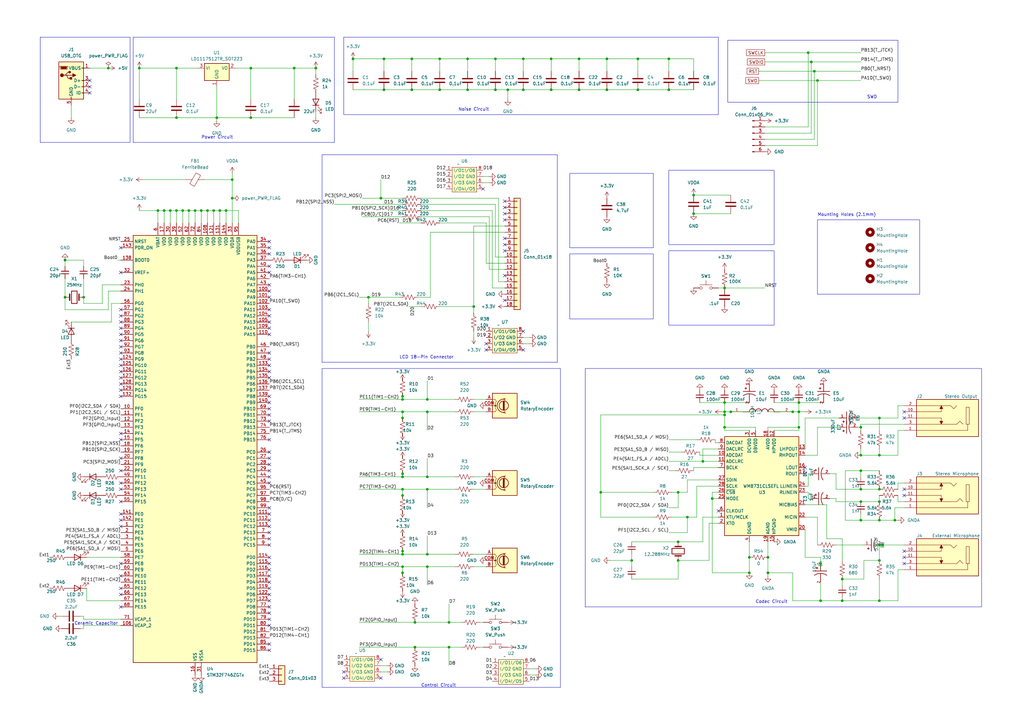
<source format=kicad_sch>
(kicad_sch (version 20230121) (generator eeschema)
  (paper "A3")
  (junction (at 175.26 227.33))
  (junction (at 345.44 237.49))
  (junction (at 288.29 189.23))
  (junction (at 175.26 163.83))
  (junction (at 165.1 203.2))
  (junction (at 353.06 200.66))
  (junction (at 361.95 223.52))
  (junction (at 307.34 234.95))
  (junction (at 314.96 228.6))
  (junction (at 297.18 170.18))
  (junction (at 165.1 200.66))
  (junction (at 237.49 24.13))
  (junction (at 165.1 195.58))
  (junction (at 360.68 223.52))
  (junction (at 168.91 24.13))
  (junction (at 191.77 36.83))
  (junction (at 360.68 186.69))
  (junction (at 278.13 201.93))
  (junction (at 325.12 168.91))
  (junction (at 360.68 205.74))
  (junction (at 248.92 36.83))
  (junction (at 165.1 162.56))
  (junction (at 72.39 48.26))
  (junction (at 194.31 125.73))
  (junction (at 203.2 24.13))
  (junction (at 307.34 228.6))
  (junction (at 314.96 234.95))
  (junction (at 248.92 24.13))
  (junction (at 332.74 25.4))
  (junction (at 26.67 121.92))
  (junction (at 180.34 24.13))
  (junction (at 165.1 226.06))
  (junction (at 226.06 36.83))
  (junction (at 284.48 87.63))
  (junction (at 353.06 186.69))
  (junction (at 184.15 255.27))
  (junction (at 85.09 86.36))
  (junction (at 367.03 213.36))
  (junction (at 281.94 212.09))
  (junction (at 261.62 36.83))
  (junction (at 151.13 121.92))
  (junction (at 165.1 232.41))
  (junction (at 165.1 163.83))
  (junction (at 208.28 36.83))
  (junction (at 87.63 86.36))
  (junction (at 175.26 232.41))
  (junction (at 34.29 121.92))
  (junction (at 214.63 24.13))
  (junction (at 360.68 246.38))
  (junction (at 74.93 86.36))
  (junction (at 165.1 171.45))
  (junction (at 77.47 86.36))
  (junction (at 175.26 168.91))
  (junction (at 259.08 229.87))
  (junction (at 336.55 231.14))
  (junction (at 203.2 36.83))
  (junction (at 165.1 234.95))
  (junction (at 261.62 24.13))
  (junction (at 353.06 205.74))
  (junction (at 297.18 118.11))
  (junction (at 44.45 27.94))
  (junction (at 292.1 204.47))
  (junction (at 237.49 36.83))
  (junction (at 299.72 168.91))
  (junction (at 345.44 246.38))
  (junction (at 72.39 86.36))
  (junction (at 120.65 27.94))
  (junction (at 90.17 86.36))
  (junction (at 360.68 229.87))
  (junction (at 335.28 33.02))
  (junction (at 336.55 246.38))
  (junction (at 284.48 80.01))
  (junction (at 95.25 81.28))
  (junction (at 157.48 36.83))
  (junction (at 129.54 27.94))
  (junction (at 157.48 24.13))
  (junction (at 170.18 255.27))
  (junction (at 360.68 171.45))
  (junction (at 184.15 265.43))
  (junction (at 360.68 213.36))
  (junction (at 175.26 195.58))
  (junction (at 180.34 36.83))
  (junction (at 95.25 73.66))
  (junction (at 165.1 194.31))
  (junction (at 168.91 36.83))
  (junction (at 175.26 200.66))
  (junction (at 191.77 24.13))
  (junction (at 297.18 175.26))
  (junction (at 274.32 36.83))
  (junction (at 156.21 81.28))
  (junction (at 144.78 24.13))
  (junction (at 274.32 24.13))
  (junction (at 165.1 227.33))
  (junction (at 82.55 86.36))
  (junction (at 214.63 36.83))
  (junction (at 360.68 200.66))
  (junction (at 102.87 48.26))
  (junction (at 64.77 86.36))
  (junction (at 353.06 193.04))
  (junction (at 278.13 229.87))
  (junction (at 57.15 27.94))
  (junction (at 297.18 168.91))
  (junction (at 69.85 86.36))
  (junction (at 278.13 222.25))
  (junction (at 72.39 27.94))
  (junction (at 80.01 86.36))
  (junction (at 353.06 213.36))
  (junction (at 331.47 21.59))
  (junction (at 165.1 168.91))
  (junction (at 67.31 86.36))
  (junction (at 334.01 29.21))
  (junction (at 88.9 48.26))
  (junction (at 297.18 165.1))
  (junction (at 102.87 27.94))
  (junction (at 92.71 86.36))
  (junction (at 327.66 165.1))
  (junction (at 327.66 175.26))
  (junction (at 170.18 265.43))
  (junction (at 26.67 106.68))
  (junction (at 246.38 201.93))
  (junction (at 226.06 24.13))
  (junction (at 353.06 175.26))
  (junction (at 327.66 168.91))
  (no_connect (at 110.49 165.1))
  (no_connect (at 49.53 129.54))
  (no_connect (at 110.49 99.06))
  (no_connect (at 49.53 134.62))
  (no_connect (at 370.84 228.6))
  (no_connect (at 110.49 101.6))
  (no_connect (at 110.49 193.04))
  (no_connect (at 110.49 233.68))
  (no_connect (at 110.49 248.92))
  (no_connect (at 110.49 213.36))
  (no_connect (at 110.49 119.38))
  (no_connect (at 110.49 127))
  (no_connect (at 370.84 171.45))
  (no_connect (at 110.49 167.64))
  (no_connect (at 110.49 172.72))
  (no_connect (at 198.12 77.47))
  (no_connect (at 110.49 246.38))
  (no_connect (at 207.01 102.87))
  (no_connect (at 110.49 190.5))
  (no_connect (at 110.49 109.22))
  (no_connect (at 330.2 191.77))
  (no_connect (at 156.21 278.13))
  (no_connect (at 49.53 198.12))
  (no_connect (at 110.49 144.78))
  (no_connect (at 110.49 256.54))
  (no_connect (at 49.53 152.4))
  (no_connect (at 110.49 220.98))
  (no_connect (at 110.49 251.46))
  (no_connect (at 110.49 218.44))
  (no_connect (at 207.01 113.03))
  (no_connect (at 199.39 143.51))
  (no_connect (at 110.49 185.42))
  (no_connect (at 140.97 275.59))
  (no_connect (at 110.49 154.94))
  (no_connect (at 110.49 111.76))
  (no_connect (at 207.01 100.33))
  (no_connect (at 294.64 209.55))
  (no_connect (at 207.01 87.63))
  (no_connect (at 49.53 142.24))
  (no_connect (at 110.49 195.58))
  (no_connect (at 110.49 215.9))
  (no_connect (at 49.53 101.6))
  (no_connect (at 49.53 231.14))
  (no_connect (at 110.49 104.14))
  (no_connect (at 370.84 231.14))
  (no_connect (at 49.53 144.78))
  (no_connect (at 207.01 90.17))
  (no_connect (at 49.53 139.7))
  (no_connect (at 49.53 215.9))
  (no_connect (at 110.49 243.84))
  (no_connect (at 49.53 213.36))
  (no_connect (at 156.21 270.51))
  (no_connect (at 110.49 228.6))
  (no_connect (at 49.53 236.22))
  (no_connect (at 49.53 157.48))
  (no_connect (at 370.84 200.66))
  (no_connect (at 207.01 123.19))
  (no_connect (at 49.53 180.34))
  (no_connect (at 370.84 226.06))
  (no_connect (at 49.53 241.3))
  (no_connect (at 110.49 149.86))
  (no_connect (at 49.53 137.16))
  (no_connect (at 110.49 170.18))
  (no_connect (at 49.53 187.96))
  (no_connect (at 36.83 33.02))
  (no_connect (at 207.01 85.09))
  (no_connect (at 49.53 147.32))
  (no_connect (at 110.49 264.16))
  (no_connect (at 49.53 177.8))
  (no_connect (at 49.53 132.08))
  (no_connect (at 110.49 238.76))
  (no_connect (at 207.01 82.55))
  (no_connect (at 214.63 135.89))
  (no_connect (at 110.49 223.52))
  (no_connect (at 110.49 254))
  (no_connect (at 330.2 194.31))
  (no_connect (at 110.49 132.08))
  (no_connect (at 110.49 137.16))
  (no_connect (at 370.84 203.2))
  (no_connect (at 49.53 243.84))
  (no_connect (at 49.53 205.74))
  (no_connect (at 110.49 266.7))
  (no_connect (at 110.49 187.96))
  (no_connect (at 49.53 111.76))
  (no_connect (at 110.49 129.54))
  (no_connect (at 49.53 160.02))
  (no_connect (at 110.49 162.56))
  (no_connect (at 36.83 38.1))
  (no_connect (at 370.84 168.91))
  (no_connect (at 110.49 198.12))
  (no_connect (at 140.97 278.13))
  (no_connect (at 110.49 116.84))
  (no_connect (at 110.49 241.3))
  (no_connect (at 36.83 35.56))
  (no_connect (at 110.49 152.4))
  (no_connect (at 49.53 154.94))
  (no_connect (at 49.53 149.86))
  (no_connect (at 214.63 143.51))
  (no_connect (at 49.53 193.04))
  (no_connect (at 110.49 231.14))
  (no_connect (at 110.49 236.22))
  (no_connect (at 110.49 210.82))
  (no_connect (at 49.53 248.92))
  (no_connect (at 110.49 180.34))
  (no_connect (at 110.49 147.32))
  (no_connect (at 207.01 97.79))
  (no_connect (at 199.39 140.97))
  (no_connect (at 110.49 208.28))
  (no_connect (at 49.53 210.82))
  (no_connect (at 49.53 200.66))
  (no_connect (at 110.49 134.62))
  (no_connect (at 49.53 127))
  (no_connect (at 110.49 121.92))
  (no_connect (at 49.53 162.56))
  (wire (pts (xy 290.83 229.87) (xy 278.13 229.87)))
  (wire (pts (xy 180.34 24.13) (xy 191.77 24.13)))
  (wire (pts (xy 58.42 73.66) (xy 76.2 73.66)))
  (wire (pts (xy 74.93 86.36) (xy 74.93 91.44)))
  (wire (pts (xy 165.1 227.33) (xy 175.26 227.33)))
  (wire (pts (xy 226.06 24.13) (xy 226.06 29.21)))
  (wire (pts (xy 196.85 265.43) (xy 198.12 265.43)))
  (wire (pts (xy 147.32 163.83) (xy 165.1 163.83)))
  (wire (pts (xy 151.13 132.08) (xy 151.13 135.89)))
  (wire (pts (xy 294.64 212.09) (xy 288.29 212.09)))
  (wire (pts (xy 102.87 48.26) (xy 120.65 48.26)))
  (wire (pts (xy 175.26 219.71) (xy 175.26 227.33)))
  (wire (pts (xy 297.18 168.91) (xy 299.72 168.91)))
  (wire (pts (xy 345.44 245.11) (xy 345.44 246.38)))
  (wire (pts (xy 165.1 218.44) (xy 165.1 219.71)))
  (wire (pts (xy 313.69 54.61) (xy 332.74 54.61)))
  (wire (pts (xy 345.44 220.98) (xy 339.09 220.98)))
  (wire (pts (xy 360.68 171.45) (xy 360.68 176.53)))
  (wire (pts (xy 259.08 229.87) (xy 259.08 232.41)))
  (wire (pts (xy 200.66 88.9) (xy 200.66 110.49)))
  (wire (pts (xy 157.48 24.13) (xy 168.91 24.13)))
  (wire (pts (xy 334.01 29.21) (xy 353.06 29.21)))
  (wire (pts (xy 330.2 199.39) (xy 331.47 199.39)))
  (wire (pts (xy 360.68 171.45) (xy 368.3 171.45)))
  (wire (pts (xy 331.47 21.59) (xy 331.47 52.07)))
  (wire (pts (xy 137.16 83.82) (xy 165.1 83.82)))
  (wire (pts (xy 172.72 86.36) (xy 201.93 86.36)))
  (wire (pts (xy 346.71 193.04) (xy 346.71 213.36)))
  (wire (pts (xy 194.31 168.91) (xy 199.39 168.91)))
  (wire (pts (xy 281.94 201.93) (xy 278.13 201.93)))
  (wire (pts (xy 34.29 106.68) (xy 34.29 109.22)))
  (wire (pts (xy 203.2 105.41) (xy 207.01 105.41)))
  (wire (pts (xy 368.3 200.66) (xy 368.3 198.12)))
  (wire (pts (xy 274.32 218.44) (xy 281.94 218.44)))
  (wire (pts (xy 165.1 154.94) (xy 165.1 156.21)))
  (wire (pts (xy 307.34 222.25) (xy 307.34 228.6)))
  (wire (pts (xy 194.31 200.66) (xy 199.39 200.66)))
  (wire (pts (xy 248.92 24.13) (xy 248.92 29.21)))
  (wire (pts (xy 80.01 86.36) (xy 80.01 91.44)))
  (wire (pts (xy 246.38 201.93) (xy 246.38 170.18)))
  (wire (pts (xy 325.12 168.91) (xy 327.66 168.91)))
  (wire (pts (xy 175.26 227.33) (xy 186.69 227.33)))
  (wire (pts (xy 147.32 255.27) (xy 170.18 255.27)))
  (wire (pts (xy 287.02 186.69) (xy 294.64 186.69)))
  (wire (pts (xy 157.48 24.13) (xy 157.48 29.21)))
  (wire (pts (xy 175.26 187.96) (xy 175.26 195.58)))
  (wire (pts (xy 175.26 232.41) (xy 186.69 232.41)))
  (wire (pts (xy 72.39 27.94) (xy 81.28 27.94)))
  (wire (pts (xy 165.1 227.33) (xy 165.1 226.06)))
  (wire (pts (xy 165.1 177.8) (xy 165.1 179.07)))
  (wire (pts (xy 353.06 200.66) (xy 360.68 200.66)))
  (wire (pts (xy 171.45 121.92) (xy 176.53 121.92)))
  (wire (pts (xy 274.32 185.42) (xy 279.4 185.42)))
  (wire (pts (xy 97.79 86.36) (xy 97.79 91.44)))
  (wire (pts (xy 330.2 184.15) (xy 330.2 171.45)))
  (wire (pts (xy 44.45 119.38) (xy 49.53 119.38)))
  (wire (pts (xy 180.34 125.73) (xy 194.31 125.73)))
  (wire (pts (xy 288.29 222.25) (xy 278.13 222.25)))
  (wire (pts (xy 214.63 138.43) (xy 217.17 138.43)))
  (wire (pts (xy 170.18 255.27) (xy 184.15 255.27)))
  (wire (pts (xy 294.64 184.15) (xy 288.29 184.15)))
  (wire (pts (xy 331.47 201.93) (xy 331.47 204.47)))
  (wire (pts (xy 170.18 265.43) (xy 184.15 265.43)))
  (wire (pts (xy 327.66 168.91) (xy 330.2 168.91)))
  (wire (pts (xy 175.26 168.91) (xy 186.69 168.91)))
  (wire (pts (xy 88.9 48.26) (xy 102.87 48.26)))
  (wire (pts (xy 336.55 246.38) (xy 345.44 246.38)))
  (wire (pts (xy 351.79 175.26) (xy 353.06 175.26)))
  (wire (pts (xy 151.13 121.92) (xy 163.83 121.92)))
  (wire (pts (xy 261.62 24.13) (xy 274.32 24.13)))
  (wire (pts (xy 165.1 168.91) (xy 175.26 168.91)))
  (wire (pts (xy 92.71 86.36) (xy 97.79 86.36)))
  (wire (pts (xy 207.01 118.11) (xy 201.93 118.11)))
  (wire (pts (xy 156.21 275.59) (xy 158.75 275.59)))
  (wire (pts (xy 95.25 71.12) (xy 95.25 73.66)))
  (wire (pts (xy 67.31 86.36) (xy 67.31 91.44)))
  (wire (pts (xy 167.64 125.73) (xy 172.72 125.73)))
  (wire (pts (xy 226.06 36.83) (xy 237.49 36.83)))
  (wire (pts (xy 203.2 36.83) (xy 208.28 36.83)))
  (wire (pts (xy 156.21 81.28) (xy 165.1 81.28)))
  (wire (pts (xy 314.96 234.95) (xy 314.96 236.22)))
  (wire (pts (xy 34.29 252.73) (xy 34.29 254)))
  (wire (pts (xy 313.69 57.15) (xy 334.01 57.15)))
  (wire (pts (xy 274.32 24.13) (xy 284.48 24.13)))
  (wire (pts (xy 368.3 198.12) (xy 370.84 198.12)))
  (wire (pts (xy 83.82 73.66) (xy 95.25 73.66)))
  (wire (pts (xy 165.1 234.95) (xy 165.1 236.22)))
  (wire (pts (xy 69.85 86.36) (xy 72.39 86.36)))
  (wire (pts (xy 330.2 201.93) (xy 331.47 201.93)))
  (wire (pts (xy 184.15 255.27) (xy 189.23 255.27)))
  (wire (pts (xy 284.48 191.77) (xy 294.64 191.77)))
  (wire (pts (xy 331.47 21.59) (xy 353.06 21.59)))
  (wire (pts (xy 147.32 121.92) (xy 151.13 121.92)))
  (wire (pts (xy 69.85 86.36) (xy 69.85 91.44)))
  (wire (pts (xy 199.39 91.44) (xy 199.39 107.95)))
  (wire (pts (xy 331.47 194.31) (xy 332.74 194.31)))
  (wire (pts (xy 297.18 176.53) (xy 297.18 175.26)))
  (wire (pts (xy 49.53 246.38) (xy 35.56 246.38)))
  (wire (pts (xy 340.36 194.31) (xy 342.9 194.31)))
  (wire (pts (xy 82.55 86.36) (xy 85.09 86.36)))
  (wire (pts (xy 180.34 24.13) (xy 180.34 29.21)))
  (wire (pts (xy 175.26 200.66) (xy 175.26 208.28)))
  (wire (pts (xy 77.47 86.36) (xy 80.01 86.36)))
  (wire (pts (xy 274.32 180.34) (xy 285.75 180.34)))
  (wire (pts (xy 180.34 91.44) (xy 199.39 91.44)))
  (wire (pts (xy 237.49 24.13) (xy 237.49 29.21)))
  (wire (pts (xy 293.37 181.61) (xy 294.64 181.61)))
  (wire (pts (xy 354.33 237.49) (xy 354.33 229.87)))
  (wire (pts (xy 191.77 24.13) (xy 191.77 29.21)))
  (wire (pts (xy 335.28 33.02) (xy 335.28 59.69)))
  (wire (pts (xy 165.1 232.41) (xy 165.1 234.95)))
  (wire (pts (xy 72.39 86.36) (xy 72.39 91.44)))
  (wire (pts (xy 41.91 124.46) (xy 41.91 116.84)))
  (wire (pts (xy 147.32 227.33) (xy 165.1 227.33)))
  (wire (pts (xy 129.54 45.72) (xy 129.54 48.26)))
  (wire (pts (xy 353.06 173.99) (xy 370.84 173.99)))
  (wire (pts (xy 85.09 86.36) (xy 87.63 86.36)))
  (wire (pts (xy 287.02 185.42) (xy 287.02 186.69)))
  (wire (pts (xy 26.67 106.68) (xy 34.29 106.68)))
  (wire (pts (xy 165.1 163.83) (xy 165.1 162.56)))
  (wire (pts (xy 198.12 72.39) (xy 200.66 72.39)))
  (wire (pts (xy 330.2 186.69) (xy 335.28 186.69)))
  (wire (pts (xy 194.31 227.33) (xy 199.39 227.33)))
  (wire (pts (xy 176.53 121.92) (xy 176.53 95.25)))
  (wire (pts (xy 194.31 125.73) (xy 194.31 128.27)))
  (wire (pts (xy 288.29 212.09) (xy 288.29 222.25)))
  (wire (pts (xy 325.12 234.95) (xy 314.96 234.95)))
  (wire (pts (xy 267.97 212.09) (xy 246.38 212.09)))
  (wire (pts (xy 191.77 24.13) (xy 203.2 24.13)))
  (wire (pts (xy 284.48 87.63) (xy 299.72 87.63)))
  (wire (pts (xy 194.31 163.83) (xy 199.39 163.83)))
  (wire (pts (xy 330.2 212.09) (xy 335.28 212.09)))
  (wire (pts (xy 261.62 24.13) (xy 248.92 24.13)))
  (wire (pts (xy 317.5 176.53) (xy 327.66 176.53)))
  (wire (pts (xy 191.77 36.83) (xy 203.2 36.83)))
  (wire (pts (xy 165.1 200.66) (xy 175.26 200.66)))
  (wire (pts (xy 148.59 81.28) (xy 156.21 81.28)))
  (wire (pts (xy 361.95 223.52) (xy 370.84 223.52)))
  (wire (pts (xy 360.68 184.15) (xy 360.68 186.69)))
  (wire (pts (xy 248.92 36.83) (xy 261.62 36.83)))
  (wire (pts (xy 275.59 201.93) (xy 278.13 201.93)))
  (wire (pts (xy 368.3 176.53) (xy 370.84 176.53)))
  (wire (pts (xy 157.48 24.13) (xy 144.78 24.13)))
  (wire (pts (xy 370.84 208.28) (xy 367.03 208.28)))
  (wire (pts (xy 360.68 203.2) (xy 360.68 205.74)))
  (wire (pts (xy 294.64 118.11) (xy 297.18 118.11)))
  (wire (pts (xy 57.15 27.94) (xy 72.39 27.94)))
  (wire (pts (xy 194.31 92.71) (xy 207.01 92.71)))
  (wire (pts (xy 147.32 168.91) (xy 165.1 168.91)))
  (wire (pts (xy 330.2 171.45) (xy 344.17 171.45)))
  (wire (pts (xy 353.06 193.04) (xy 346.71 193.04)))
  (wire (pts (xy 342.9 204.47) (xy 342.9 205.74)))
  (wire (pts (xy 332.74 25.4) (xy 353.06 25.4)))
  (wire (pts (xy 175.26 163.83) (xy 186.69 163.83)))
  (wire (pts (xy 129.54 27.94) (xy 129.54 30.48)))
  (wire (pts (xy 172.72 88.9) (xy 200.66 88.9)))
  (wire (pts (xy 327.66 165.1) (xy 337.82 165.1)))
  (wire (pts (xy 184.15 247.65) (xy 184.15 255.27)))
  (wire (pts (xy 26.67 114.3) (xy 26.67 121.92)))
  (wire (pts (xy 345.44 237.49) (xy 345.44 240.03)))
  (wire (pts (xy 335.28 175.26) (xy 344.17 175.26)))
  (wire (pts (xy 368.3 176.53) (xy 368.3 186.69)))
  (wire (pts (xy 165.1 200.66) (xy 165.1 203.2)))
  (wire (pts (xy 261.62 24.13) (xy 261.62 29.21)))
  (wire (pts (xy 147.32 232.41) (xy 165.1 232.41)))
  (wire (pts (xy 24.13 252.73) (xy 25.4 252.73)))
  (wire (pts (xy 353.06 210.82) (xy 353.06 213.36)))
  (wire (pts (xy 353.06 175.26) (xy 353.06 176.53)))
  (wire (pts (xy 88.9 35.56) (xy 88.9 48.26)))
  (wire (pts (xy 165.1 226.06) (xy 165.1 224.79)))
  (wire (pts (xy 314.96 228.6) (xy 314.96 234.95)))
  (wire (pts (xy 184.15 265.43) (xy 184.15 273.05)))
  (wire (pts (xy 198.12 74.93) (xy 200.66 74.93)))
  (wire (pts (xy 165.1 232.41) (xy 175.26 232.41)))
  (wire (pts (xy 281.94 196.85) (xy 281.94 201.93)))
  (wire (pts (xy 217.17 276.86) (xy 219.71 276.86)))
  (wire (pts (xy 345.44 246.38) (xy 360.68 246.38)))
  (wire (pts (xy 339.09 220.98) (xy 339.09 207.01)))
  (wire (pts (xy 208.28 36.83) (xy 214.63 36.83)))
  (wire (pts (xy 34.29 254) (xy 49.53 254)))
  (wire (pts (xy 201.93 118.11) (xy 201.93 86.36)))
  (wire (pts (xy 48.26 106.68) (xy 49.53 106.68)))
  (wire (pts (xy 34.29 124.46) (xy 41.91 124.46)))
  (wire (pts (xy 148.59 88.9) (xy 165.1 88.9)))
  (wire (pts (xy 26.67 106.68) (xy 26.67 109.22)))
  (wire (pts (xy 290.83 214.63) (xy 290.83 229.87)))
  (wire (pts (xy 172.72 81.28) (xy 204.47 81.28)))
  (wire (pts (xy 293.37 180.34) (xy 293.37 181.61)))
  (wire (pts (xy 35.56 228.6) (xy 49.53 228.6)))
  (wire (pts (xy 274.32 208.28) (xy 278.13 208.28)))
  (wire (pts (xy 267.97 201.93) (xy 246.38 201.93)))
  (wire (pts (xy 80.01 86.36) (xy 82.55 86.36)))
  (wire (pts (xy 335.28 33.02) (xy 353.06 33.02)))
  (wire (pts (xy 250.19 229.87) (xy 259.08 229.87)))
  (wire (pts (xy 331.47 52.07) (xy 313.69 52.07)))
  (wire (pts (xy 368.3 205.74) (xy 370.84 205.74)))
  (wire (pts (xy 226.06 24.13) (xy 237.49 24.13)))
  (wire (pts (xy 246.38 170.18) (xy 297.18 170.18)))
  (wire (pts (xy 274.32 24.13) (xy 274.32 29.21)))
  (wire (pts (xy 353.06 195.58) (xy 353.06 193.04)))
  (wire (pts (xy 165.1 168.91) (xy 165.1 171.45)))
  (wire (pts (xy 353.06 200.66) (xy 342.9 200.66)))
  (wire (pts (xy 368.3 203.2) (xy 368.3 205.74)))
  (wire (pts (xy 160.02 86.36) (xy 165.1 86.36)))
  (wire (pts (xy 151.13 121.92) (xy 151.13 124.46)))
  (wire (pts (xy 288.29 184.15) (xy 288.29 189.23)))
  (wire (pts (xy 292.1 201.93) (xy 292.1 204.47)))
  (wire (pts (xy 284.48 80.01) (xy 299.72 80.01)))
  (wire (pts (xy 175.26 200.66) (xy 186.69 200.66)))
  (wire (pts (xy 214.63 24.13) (xy 214.63 29.21)))
  (wire (pts (xy 309.88 175.26) (xy 297.18 175.26)))
  (wire (pts (xy 165.1 186.69) (xy 165.1 187.96)))
  (wire (pts (xy 327.66 176.53) (xy 327.66 175.26)))
  (wire (pts (xy 57.15 27.94) (xy 57.15 40.64)))
  (wire (pts (xy 194.31 92.71) (xy 194.31 125.73)))
  (wire (pts (xy 360.68 237.49) (xy 360.68 246.38)))
  (wire (pts (xy 285.75 199.39) (xy 285.75 212.09)))
  (wire (pts (xy 331.47 199.39) (xy 331.47 194.31)))
  (wire (pts (xy 336.55 231.14) (xy 336.55 233.68)))
  (wire (pts (xy 180.34 36.83) (xy 191.77 36.83)))
  (wire (pts (xy 360.68 213.36) (xy 367.03 213.36)))
  (wire (pts (xy 214.63 140.97) (xy 217.17 140.97)))
  (wire (pts (xy 297.18 118.11) (xy 313.69 118.11)))
  (wire (pts (xy 208.28 36.83) (xy 208.28 40.64)))
  (wire (pts (xy 72.39 48.26) (xy 88.9 48.26)))
  (wire (pts (xy 288.29 189.23) (xy 294.64 189.23)))
  (wire (pts (xy 102.87 27.94) (xy 102.87 40.64)))
  (wire (pts (xy 313.69 25.4) (xy 332.74 25.4)))
  (wire (pts (xy 147.32 200.66) (xy 165.1 200.66)))
  (wire (pts (xy 85.09 86.36) (xy 85.09 91.44)))
  (wire (pts (xy 175.26 156.21) (xy 175.26 163.83)))
  (wire (pts (xy 57.15 48.26) (xy 72.39 48.26)))
  (wire (pts (xy 95.25 81.28) (xy 95.25 91.44)))
  (wire (pts (xy 156.21 73.66) (xy 156.21 81.28)))
  (wire (pts (xy 44.45 127) (xy 44.45 119.38)))
  (wire (pts (xy 336.55 238.76) (xy 336.55 246.38)))
  (wire (pts (xy 353.06 213.36) (xy 360.68 213.36)))
  (wire (pts (xy 295.91 168.91) (xy 297.18 168.91)))
  (wire (pts (xy 336.55 246.38) (xy 325.12 246.38)))
  (wire (pts (xy 172.72 83.82) (xy 203.2 83.82)))
  (wire (pts (xy 96.52 27.94) (xy 102.87 27.94)))
  (wire (pts (xy 196.85 255.27) (xy 198.12 255.27)))
  (wire (pts (xy 345.44 229.87) (xy 345.44 220.98)))
  (wire (pts (xy 175.26 168.91) (xy 175.26 176.53)))
  (wire (pts (xy 237.49 36.83) (xy 248.92 36.83)))
  (wire (pts (xy 353.06 175.26) (xy 353.06 173.99)))
  (wire (pts (xy 309.88 176.53) (xy 309.88 175.26)))
  (wire (pts (xy 165.1 195.58) (xy 165.1 194.31)))
  (wire (pts (xy 200.66 110.49) (xy 207.01 110.49)))
  (wire (pts (xy 314.96 176.53) (xy 314.96 175.26)))
  (wire (pts (xy 35.56 246.38) (xy 35.56 241.3)))
  (wire (pts (xy 359.41 223.52) (xy 360.68 223.52)))
  (wire (pts (xy 90.17 86.36) (xy 92.71 86.36)))
  (wire (pts (xy 335.28 223.52) (xy 335.28 212.09)))
  (wire (pts (xy 325.12 246.38) (xy 325.12 234.95)))
  (wire (pts (xy 168.91 36.83) (xy 180.34 36.83)))
  (wire (pts (xy 217.17 274.32) (xy 219.71 274.32)))
  (wire (pts (xy 292.1 234.95) (xy 307.34 234.95)))
  (wire (pts (xy 281.94 212.09) (xy 281.94 218.44)))
  (wire (pts (xy 246.38 212.09) (xy 246.38 201.93)))
  (wire (pts (xy 41.91 116.84) (xy 49.53 116.84)))
  (wire (pts (xy 336.55 228.6) (xy 336.55 231.14)))
  (wire (pts (xy 34.29 256.54) (xy 49.53 256.54)))
  (wire (pts (xy 368.3 186.69) (xy 360.68 186.69)))
  (wire (pts (xy 34.29 124.46) (xy 34.29 121.92)))
  (wire (pts (xy 311.15 29.21) (xy 334.01 29.21)))
  (wire (pts (xy 194.31 195.58) (xy 199.39 195.58)))
  (wire (pts (xy 278.13 201.93) (xy 278.13 208.28)))
  (wire (pts (xy 297.18 170.18) (xy 297.18 168.91)))
  (wire (pts (xy 237.49 24.13) (xy 248.92 24.13)))
  (wire (pts (xy 351.79 171.45) (xy 360.68 171.45)))
  (wire (pts (xy 307.34 228.6) (xy 307.34 234.95)))
  (wire (pts (xy 33.02 257.81) (xy 34.29 257.81)))
  (wire (pts (xy 353.06 193.04) (xy 360.68 193.04)))
  (wire (pts (xy 157.48 36.83) (xy 168.91 36.83)))
  (wire (pts (xy 278.13 237.49) (xy 259.08 237.49)))
  (wire (pts (xy 330.2 228.6) (xy 330.2 217.17)))
  (wire (pts (xy 294.64 199.39) (xy 285.75 199.39)))
  (wire (pts (xy 72.39 86.36) (xy 74.93 86.36)))
  (wire (pts (xy 313.69 21.59) (xy 331.47 21.59)))
  (wire (pts (xy 199.39 107.95) (xy 207.01 107.95)))
  (wire (pts (xy 313.69 59.69) (xy 335.28 59.69)))
  (wire (pts (xy 342.9 194.31) (xy 342.9 200.66)))
  (wire (pts (xy 34.29 256.54) (xy 34.29 257.81)))
  (wire (pts (xy 144.78 24.13) (xy 144.78 29.21)))
  (wire (pts (xy 297.18 175.26) (xy 297.18 170.18)))
  (wire (pts (xy 168.91 24.13) (xy 180.34 24.13)))
  (wire (pts (xy 26.67 127) (xy 44.45 127)))
  (wire (pts (xy 335.28 186.69) (xy 335.28 175.26)))
  (wire (pts (xy 274.32 189.23) (xy 288.29 189.23)))
  (wire (pts (xy 64.77 86.36) (xy 64.77 91.44)))
  (wire (pts (xy 184.15 265.43) (xy 189.23 265.43)))
  (wire (pts (xy 274.32 193.04) (xy 276.86 193.04)))
  (wire (pts (xy 57.15 86.36) (xy 64.77 86.36)))
  (wire (pts (xy 204.47 81.28) (xy 204.47 115.57)))
  (wire (pts (xy 77.47 86.36) (xy 77.47 91.44)))
  (wire (pts (xy 360.68 223.52) (xy 361.95 223.52)))
  (wire (pts (xy 292.1 204.47) (xy 294.64 204.47)))
  (wire (pts (xy 294.64 201.93) (xy 292.1 201.93)))
  (wire (pts (xy 203.2 24.13) (xy 203.2 29.21)))
  (wire (pts (xy 367.03 213.36) (xy 368.3 213.36)))
  (wire (pts (xy 156.21 273.05) (xy 158.75 273.05)))
  (wire (pts (xy 368.3 233.68) (xy 370.84 233.68)))
  (wire (pts (xy 45.72 132.08) (xy 29.21 132.08)))
  (wire (pts (xy 314.96 168.91) (xy 325.12 168.91)))
  (wire (pts (xy 368.3 171.45) (xy 368.3 166.37)))
  (wire (pts (xy 285.75 212.09) (xy 281.94 212.09)))
  (wire (pts (xy 317.5 165.1) (xy 327.66 165.1)))
  (wire (pts (xy 311.15 33.02) (xy 335.28 33.02)))
  (wire (pts (xy 147.32 195.58) (xy 165.1 195.58)))
  (wire (pts (xy 292.1 204.47) (xy 292.1 234.95)))
  (wire (pts (xy 368.3 246.38) (xy 368.3 233.68)))
  (wire (pts (xy 330.2 207.01) (xy 339.09 207.01)))
  (wire (pts (xy 175.26 232.41) (xy 175.26 240.03)))
  (wire (pts (xy 360.68 246.38) (xy 368.3 246.38)))
  (wire (pts (xy 34.29 114.3) (xy 34.29 121.92)))
  (wire (pts (xy 129.54 27.94) (xy 120.65 27.94)))
  (wire (pts (xy 214.63 24.13) (xy 226.06 24.13)))
  (wire (pts (xy 194.31 135.89) (xy 194.31 138.43)))
  (wire (pts (xy 165.1 209.55) (xy 165.1 210.82)))
  (wire (pts (xy 165.1 163.83) (xy 175.26 163.83)))
  (wire (pts (xy 45.72 124.46) (xy 45.72 132.08)))
  (wire (pts (xy 353.06 205.74) (xy 342.9 205.74)))
  (wire (pts (xy 284.48 193.04) (xy 284.48 191.77)))
  (wire (pts (xy 203.2 24.13) (xy 214.63 24.13)))
  (wire (pts (xy 367.03 208.28) (xy 367.03 213.36)))
  (wire (pts (xy 259.08 222.25) (xy 278.13 222.25)))
  (wire (pts (xy 307.34 176.53) (xy 297.18 176.53)))
  (wire (pts (xy 214.63 36.83) (xy 226.06 36.83)))
  (wire (pts (xy 278.13 229.87) (xy 278.13 237.49)))
  (wire (pts (xy 165.1 194.31) (xy 165.1 193.04)))
  (wire (pts (xy 82.55 86.36) (xy 82.55 91.44)))
  (wire (pts (xy 64.77 86.36) (xy 67.31 86.36)))
  (wire (pts (xy 87.63 86.36) (xy 87.63 91.44)))
  (wire (pts (xy 26.67 127) (xy 26.67 121.92)))
  (wire (pts (xy 49.53 124.46) (xy 45.72 124.46)))
  (wire (pts (xy 274.32 36.83) (xy 284.48 36.83)))
  (wire (pts (xy 120.65 27.94) (xy 120.65 40.64)))
  (wire (pts (xy 175.26 195.58) (xy 186.69 195.58)))
  (wire (pts (xy 284.48 24.13) (xy 284.48 29.21)))
  (wire (pts (xy 334.01 29.21) (xy 334.01 57.15)))
  (wire (pts (xy 90.17 86.36) (xy 90.17 91.44)))
  (wire (pts (xy 332.74 25.4) (xy 332.74 54.61)))
  (wire (pts (xy 299.72 168.91) (xy 309.88 168.91)))
  (wire (pts (xy 74.93 86.36) (xy 77.47 86.36)))
  (wire (pts (xy 297.18 165.1) (xy 297.18 168.91)))
  (wire (pts (xy 72.39 27.94) (xy 72.39 40.64)))
  (wire (pts (xy 147.32 265.43) (xy 170.18 265.43)))
  (wire (pts (xy 314.96 222.25) (xy 314.96 228.6)))
  (wire (pts (xy 340.36 204.47) (xy 342.9 204.47)))
  (wire (pts (xy 144.78 36.83) (xy 157.48 36.83)))
  (wire (pts (xy 194.31 232.41) (xy 199.39 232.41)))
  (wire (pts (xy 353.06 184.15) (xy 353.06 186.69)))
  (wire (pts (xy 294.64 214.63) (xy 290.83 214.63)))
  (wire (pts (xy 29.21 43.18) (xy 29.21 48.26)))
  (wire (pts (xy 176.53 95.25) (xy 207.01 95.25)))
  (wire (pts (xy 95.25 73.66) (xy 95.25 81.28)))
  (wire (pts (xy 102.87 27.94) (xy 120.65 27.94)))
  (wire (pts (xy 67.31 86.36) (xy 69.85 86.36)))
  (wire (pts (xy 346.71 213.36) (xy 353.06 213.36)))
  (wire (pts (xy 353.06 205.74) (xy 360.68 205.74)))
  (wire (pts (xy 92.71 86.36) (xy 92.71 91.44)))
  (wire (pts (xy 87.63 86.36) (xy 90.17 86.36)))
  (wire (pts (xy 165.1 195.58) (xy 175.26 195.58)))
  (wire (pts (xy 342.9 223.52) (xy 354.33 223.52)))
  (wire (pts (xy 360.68 186.69) (xy 353.06 186.69)))
  (wire (pts (xy 163.83 91.44) (xy 172.72 91.44)))
  (wire (pts (xy 261.62 36.83) (xy 274.32 36.83)))
  (wire (pts (xy 360.68 223.52) (xy 360.68 229.87)))
  (wire (pts (xy 204.47 115.57) (xy 207.01 115.57)))
  (wire (pts (xy 345.44 237.49) (xy 354.33 237.49)))
  (wire (pts (xy 36.83 27.94) (xy 44.45 27.94)))
  (wire (pts (xy 331.47 204.47) (xy 332.74 204.47)))
  (wire (pts (xy 168.91 24.13) (xy 168.91 29.21)))
  (wire (pts (xy 259.08 227.33) (xy 259.08 229.87)))
  (wire (pts (xy 33.02 252.73) (xy 34.29 252.73)))
  (wire (pts (xy 165.1 162.56) (xy 165.1 161.29)))
  (wire (pts (xy 275.59 212.09) (xy 281.94 212.09)))
  (wire (pts (xy 327.66 168.91) (xy 327.66 175.26)))
  (wire (pts (xy 88.9 48.26) (xy 88.9 49.53)))
  (wire (pts (xy 297.18 165.1) (xy 307.34 165.1)))
  (wire (pts (xy 327.66 165.1) (xy 327.66 168.91)))
  (wire (pts (xy 354.33 229.87) (xy 360.68 229.87)))
  (wire (pts (xy 336.55 228.6) (xy 330.2 228.6)))
  (wire (pts (xy 314.96 175.26) (xy 327.66 175.26)))
  (wire (pts (xy 368.3 166.37) (xy 370.84 166.37)))
  (wire (pts (xy 287.02 165.1) (xy 297.18 165.1)))
  (wire (pts (xy 294.64 196.85) (xy 281.94 196.85)))
  (wire (pts (xy 165.1 203.2) (xy 165.1 204.47)))
  (wire (pts (xy 165.1 171.45) (xy 165.1 172.72)))
  (wire (pts (xy 203.2 83.82) (xy 203.2 105.41)))
  (rectangle (start 274.32 69.85) (end 317.5 100.33))
  (rectangle (start 240.03 151.13) (end 402.59 248.92))
  (rectangle (start 274.32 102.87) (end 317.5 133.35))
  (rectangle (start 335.28 90.17) (end 377.19 120.65))
  (rectangle (start 298.45 16.51) (end 368.3 41.91))
  (rectangle (start 233.68 71.12) (end 267.97 101.6))
  (rectangle (start 132.08 63.5) (end 228.6 148.59))
  (rectangle (start 16.51 15.24) (end 53.34 58.42))
  (rectangle (start 233.68 104.14) (end 267.97 130.81))
  (rectangle (start 132.08 151.13) (end 229.87 281.94))
  (rectangle (start 54.61 15.24) (end 137.16 58.42))
  (rectangle (start 140.97 15.24) (end 294.64 46.99))
  (text "Ceramic Capacitor" (at 30.48 256.54 0) (effects (font (size 1.27 1.27)) (justify left bottom)))
  (text "Control Circuit" (at 172.72 281.94 0) (effects (font (size 1.27 1.27)) (justify left bottom)))
  (text "LCD 18-Pin Connector" (at 163.83 147.32 0) (effects (font (size 1.27 1.27)) (justify left bottom)))
  (text "Mounting Holes (2.1mm)" (at 335.28 88.9 0) (effects (font (size 1.27 1.27)) (justify left bottom)))
  (text "Power Circuit\n" (at 82.55 57.15 0) (effects (font (size 1.27 1.27)) (justify left bottom)))
  (text "Codec Circuit" (at 309.88 247.65 0) (effects (font (size 1.27 1.27)) (justify left bottom)))
  (text "Noise Circuit\n" (at 187.96 45.72 0) (effects (font (size 1.27 1.27)) (justify left bottom)))
  (text "SWD" (at 355.6 40.64 0) (effects (font (size 1.27 1.27)) (justify left bottom)))
  (label "PC6(RST)" (at 110.49 200.66 0))
  (label "PE9(TIM1-CH1)" (at 49.53 233.68 180))
  (label "PF3(GPIO_Input)" (at 147.32 265.43 0))
  (label "PC8(D{slash}C)" (at 157.48 88.9 180))
  (label "D12" (at 156.21 73.66 0))
  (label "D15" (at 182.88 72.39 180))
  (label "D20" (at 170.18 125.73 270))
  (label "D13" (at 175.26 219.71 0))
  (label "PB13(T_JTCK)" (at 353.06 21.59 0))
  (label "PB6(I2C1_SCL)" (at 147.32 121.92 180))
  (label "PB7(I2C1_SDA)" (at 110.49 160.02 0))
  (label "PB13(T_JTCK)" (at 110.49 175.26 0))
  (label "D19" (at 156.21 121.92 180))
  (label "D13" (at 217.17 279.4 0))
  (label "PF1(I2C2_SCL {slash} SCL)" (at 49.53 170.18 180))
  (label "PB7(I2C1_SDA)" (at 167.64 125.73 180))
  (label "PB6(I2C1_SCL)" (at 110.49 157.48 0))
  (label "PD13(TIM1-CH2)" (at 147.32 232.41 0))
  (label "D2" (at 175.26 176.53 0))
  (label "PE5(SAI1_SCK_A {slash} SCK)" (at 49.53 223.52 180))
  (label "D6" (at 217.17 271.78 0))
  (label "Boot0" (at 48.26 106.68 180))
  (label "Ext2" (at 110.49 276.86 180))
  (label "D7" (at 140.97 270.51 180))
  (label "PC7(TIM3-CH2)" (at 147.32 200.66 0))
  (label "PB12(SPI2_NSS)" (at 49.53 182.88 180))
  (label "PC6(RST)" (at 163.83 91.44 180))
  (label "PB14(T_JTMS)" (at 353.06 25.4 0))
  (label "PB14(T_JTMS)" (at 110.49 177.8 0))
  (label "PC3(SPI2_MOSI)" (at 49.53 190.5 180))
  (label "Ext1" (at 20.32 228.6 180))
  (label "D16" (at 163.83 86.36 180))
  (label "D3" (at 175.26 187.96 0))
  (label "PF2(GPIO_Input)" (at 49.53 172.72 180))
  (label "PA6(TIM3-CH1)" (at 147.32 195.58 0))
  (label "D12" (at 182.88 69.85 180))
  (label "PB0(T_NRST)" (at 110.49 142.24 0))
  (label "D8" (at 140.97 273.05 180))
  (label "Ext1" (at 110.49 274.32 180))
  (label "PE6(SA1_SD_A {slash} MOSI)" (at 49.53 226.06 180))
  (label "PB0(T_NRST)" (at 353.06 29.21 0))
  (label "D17" (at 161.29 88.9 180))
  (label "D19" (at 199.39 138.43 180))
  (label "Ext2" (at 20.32 241.3 180))
  (label "D3" (at 201.93 276.86 180))
  (label "PA10(T_SWO)" (at 110.49 124.46 0))
  (label "PC7(TIM3-CH2)" (at 110.49 203.2 0))
  (label "Boot0" (at 248.92 107.95 180))
  (label "D15" (at 157.48 83.82 0))
  (label "Ext3" (at 29.21 147.32 270))
  (label "PC3(SPI2_MOSI)" (at 148.59 81.28 180))
  (label "PF0(I2C2_SDA {slash} SDA)" (at 274.32 208.28 180))
  (label "D18" (at 168.91 91.44 180))
  (label "PD12(TIM4-CH1)" (at 147.32 227.33 0))
  (label "PE11(TIM1-CH2)" (at 147.32 163.83 0))
  (label "PB10(SPI2_SCK)" (at 49.53 185.42 180))
  (label "D2" (at 201.93 274.32 180))
  (label "D4" (at 175.26 208.28 0))
  (label "PE9(TIM1-CH1)" (at 147.32 168.91 0))
  (label "D16" (at 182.88 74.93 180))
  (label "PF2(GPIO_Input)" (at 147.32 255.27 0))
  (label "PE3(SA1_SD_B {slash} MISO)" (at 49.53 218.44 180))
  (label "D18" (at 198.12 69.85 0))
  (label "PE4(SAI1_FS_A {slash} ADCL)" (at 49.53 220.98 180))
  (label "D7" (at 184.15 247.65 0))
  (label "NRST" (at 49.53 99.06 180))
  (label "PE6(SA1_SD_A {slash} MOSI)" (at 274.32 180.34 180))
  (label "PB12(SPI2_NSS)" (at 137.16 83.82 180))
  (label "D20" (at 199.39 135.89 180))
  (label "PA6(TIM3-CH1)" (at 110.49 114.3 0))
  (label "D4" (at 201.93 279.4 180))
  (label "D8" (at 184.15 273.05 0))
  (label "NRST" (at 313.69 118.11 0))
  (label "PD12(TIM4-CH1)" (at 110.49 261.62 0))
  (label "D6" (at 175.26 240.03 0))
  (label "Ext3" (at 110.49 279.4 180))
  (label "PE3(SA1_SD_B {slash} MISO)" (at 274.32 185.42 180))
  (label "PF1(I2C2_SCL {slash} SCL)" (at 274.32 218.44 180))
  (label "PF0(I2C2_SDA {slash} SDA)" (at 49.53 167.64 180))
  (label "PF3(GPIO_Input)" (at 49.53 175.26 180))
  (label "D1" (at 175.26 156.21 0))
  (label "PA10(T_SWO)" (at 353.06 33.02 0))
  (label "PC8(D{slash}C)" (at 110.49 205.74 0))
  (label "PB10(SPI2_SCK)" (at 160.02 86.36 180))
  (label "PE11(TIM1-CH2)" (at 49.53 238.76 180))
  (label "D17" (at 182.88 77.47 180))
  (label "PE5(SAI1_SCK_A {slash} SCK)" (at 274.32 193.04 180))
  (label "D1" (at 201.93 271.78 180))
  (label "PD13(TIM1-CH2)" (at 110.49 259.08 0))
  (label "PE4(SAI1_FS_A {slash} ADCL)" (at 274.32 189.23 180))
  (global_label "RST" (shape passive) (at 311.15 29.21 180) (property "Intersheetrefs" "${INTERSHEET_REFS}" (effects hide)))
  (global_label "SWCLK" (shape passive) (at 313.69 21.59 180) (property "Intersheetrefs" "${INTERSHEET_REFS}" (effects hide)))
  (global_label "SWDIO" (shape passive) (at 313.69 25.4 180) (property "Intersheetrefs" "${INTERSHEET_REFS}" (effects hide)))
  (global_label "SWO" (shape passive) (at 311.15 33.02 180) (property "Intersheetrefs" "${INTERSHEET_REFS}" (effects hide)))
  (symbol (lib_id "power:+3.3V") (at 208.28 255.27 270) (unit 1)
    (property "Reference" "#PWR041" (effects hide))
    (property "Value" "+3.3V" (at 213.36 255.27 90))
  )
  (symbol (lib_id "power:GND") (at 29.21 48.26 0) (unit 1)
    (property "Reference" "#PWR03" (effects hide))
    (property "Value" "GND" (at 29.21 53.34 0))
  )
  (symbol (lib_id "Device:C") (at 248.92 85.09 0) (unit 1)
    (property "Reference" "C38" (at 252.73 83.82 0) (effects (justify left)))
    (property "Value" "4.7uF" (at 252.73 86.36 0) (effects (justify left)))
    (property "Footprint" "Capacitor_SMD:C_0805_2012Metric" (effects hide))
  )
  (symbol (lib_id "Device:C_Small") (at 259.08 234.95 0) (unit 1)
    (property "Reference" "C27" (at 251.46 233.68 0) (effects (justify left)))
    (property "Value" "22pF" (at 251.46 236.22 0) (effects (justify left)))
    (property "Footprint" "Capacitor_SMD:C_0805_2012Metric" (effects hide))
  )
  (symbol (lib_id "Device:C") (at 120.65 44.45 0) (unit 1)
    (property "Reference" "C21" (effects hide))
    (property "Value" "22uF" (at 124.46 45.72 0) (effects (justify left)))
    (property "Footprint" "Capacitor_SMD:C_0805_2012Metric" (effects hide))
  )
  (symbol (lib_id "power:GND") (at 26.67 106.68 180) (unit 1)
    (property "Reference" "#PWR015" (effects hide))
    (property "Value" "GND" (at 26.67 101.6 0))
  )
  (symbol (lib_id "power:GND") (at 170.18 273.05 0) (unit 1)
    (property "Reference" "#PWR038" (effects hide))
    (property "Value" "GND" (at 170.18 276.86 0))
  )
  (symbol (lib_id "Device:R_US") (at 165.1 222.25 0) (unit 1)
    (property "Reference" "R14" (at 167.64 220.98 0) (effects (justify left)))
    (property "Value" "10k" (at 167.64 223.52 0) (effects (justify left)))
    (property "Footprint" "Resistor_SMD:R_0805_2012Metric" (effects hide))
  )
  (symbol (lib_id "Device:R_US") (at 364.49 203.2 90) (unit 1)
    (property "Reference" "R37" (at 365.76 205.74 90) (effects (justify left)))
    (property "Value" "5.6k" (at 365.76 208.28 90) (effects (justify left)))
    (property "Footprint" "Resistor_SMD:R_0805_2012Metric" (effects hide))
  )
  (symbol (lib_id "Device:C_Small") (at 327.66 162.56 0) (unit 1)
    (property "Reference" "C31" (at 330.2 161.2963 0) (effects (justify left)))
    (property "Value" "100nF" (at 330.2 163.8363 0) (effects (justify left)))
    (property "Footprint" "Capacitor_SMD:C_0805_2012Metric" (effects hide))
  )
  (symbol (lib_id "power:GND") (at 199.39 229.87 270) (unit 1)
    (property "Reference" "#PWR033" (effects hide))
    (property "Value" "GND" (at 195.58 229.87 90) (effects (justify right)))
  )
  (symbol (lib_id "power:+3.3V") (at 248.92 81.28 0) (unit 1)
    (property "Reference" "#PWR02" (effects hide))
    (property "Value" "+3.3V" (at 248.92 76.2 0))
  )
  (symbol (lib_id "Device:R_US") (at 190.5 232.41 90) (unit 1)
    (property "Reference" "R6" (at 190.5 234.95 90))
    (property "Value" "220" (at 190.5 237.49 90))
    (property "Footprint" "Resistor_SMD:R_0805_2012Metric" (effects hide))
  )
  (symbol (lib_id "power:+5V") (at 57.15 27.94 0) (unit 1)
    (property "Reference" "#PWR06" (effects hide))
    (property "Value" "+5V" (at 57.15 22.86 0))
  )
  (symbol (lib_id "Audio:WM8731CLSEFL") (at 312.42 199.39 0) (unit 1)
    (property "Reference" "U3" (at 311.15 201.93 0) (effects (justify left)))
    (property "Value" "WM8731CLSEFL" (at 304.8 199.39 0) (effects (justify left)))
    (property "Footprint" "Package_DFN_QFN:QFN-28-1EP_5x5mm_P0.5mm_EP3.35x3.35mm" (effects hide))
    (property "Datasheet" "https://statics.cirrus.com/pubs/proDatasheet/WM8731_v4.9.pdf" (effects hide))
  )
  (symbol (lib_id "power:GND") (at 25.4 257.81 270) (unit 1)
    (property "Reference" "#PWR01" (effects hide))
    (property "Value" "GND" (at 21.59 257.81 90) (effects (justify right)))
  )
  (symbol (lib_id "power:GND") (at 307.34 234.95 0) (unit 1)
    (property "Reference" "#PWR066" (effects hide))
    (property "Value" "GND" (at 307.34 240.03 0))
  )
  (symbol (lib_id "Device:R_US") (at 360.68 196.85 0) (unit 1)
    (property "Reference" "R33" (at 355.6 195.58 0) (effects (justify left)))
    (property "Value" "5.6k" (at 355.6 198.12 0) (effects (justify left)))
    (property "Footprint" "Resistor_SMD:R_0805_2012Metric" (effects hide))
  )
  (symbol (lib_id "power:GNDA") (at 368.3 213.36 90) (unit 1)
    (property "Reference" "#PWR044" (effects hide))
    (property "Value" "GNDA" (at 372.11 213.36 90) (effects (justify right)))
  )
  (symbol (lib_id "power:GND") (at 200.66 72.39 90) (unit 1)
    (property "Reference" "#PWR019" (effects hide))
    (property "Value" "GND" (at 205.74 72.39 90))
  )
  (symbol (lib_id "Mechanical:MountingHole") (at 356.87 101.6 270) (unit 1)
    (property "Reference" "H4" (at 359.41 100.33 90) (effects (justify left)))
    (property "Value" "MountingHole" (at 359.41 102.87 90) (effects (justify left)))
    (property "Footprint" "MountingHole:MountingHole_4.5mm" (effects hide))
  )
  (symbol (lib_name "RotaryEncoder_2") (lib_id "Device:RotaryEncoder") (at 207.01 198.12 0) (unit 1)
    (property "Reference" "SW5" (at 213.36 196.85 0) (effects (justify left)))
    (property "Value" "RotaryEncoder" (at 213.36 199.39 0) (effects (justify left)))
    (property "Footprint" "Library:XDCR_PEC11R-4215F-S0024" (effects hide))
  )
  (symbol (lib_id "SJ1-3515-SMT:SJ1-3515-SMT") (at 388.62 171.45 180) (unit 1)
    (property "Reference" "J2" (at 375.92 162.56 0) (effects (justify right)))
    (property "Value" "Stereo Output" (at 387.35 162.56 0) (effects (justify right)))
    (property "Footprint" "Library:CUI_SJ1-3515-SMT" (effects hide))
    (property "PARTREV" "1.05" (effects hide))
    (property "STANDARD" "Manufacturer recommendation" (effects hide))
    (property "MANUFACTURER" "CUI" (effects hide))
  )
  (symbol (lib_id "Device:R_US") (at 168.91 81.28 90) (unit 1)
    (property "Reference" "R25" (at 168.91 74.93 90))
    (property "Value" "220" (at 168.91 77.47 90))
    (property "Footprint" "Resistor_SMD:R_0805_2012Metric" (effects hide))
  )
  (symbol (lib_id "Device:C") (at 144.78 33.02 0) (unit 1)
    (property "Reference" "C1" (at 148.59 31.75 0) (effects (justify left)))
    (property "Value" "0.1uF" (at 148.59 34.29 0) (effects (justify left)))
    (property "Footprint" "Capacitor_SMD:C_0805_2012Metric" (effects hide))
  )
  (symbol (lib_id "EEEFC1V1R0R:EEEFC1V1R0R") (at 335.28 194.31 0) (mirror x) (unit 1)
    (property "Reference" "E2" (at 330.2 193.04 90) (effects (justify left)))
    (property "Value" "1uF" (at 332.74 191.77 90) (effects (justify left)))
    (property "Footprint" "Library:CAP_EEEFC1V1R0R" (effects hide))
    (property "PARTREV" "10-Oct-19" (effects hide))
    (property "STANDARD" "Manufacturer Recommendations" (effects hide))
    (property "MAXIMUM_PACKAGE_HEIGHT" "5.4mm" (effects hide))
    (property "MANUFACTURER" "Panasonic" (effects hide))
  )
  (symbol (lib_name "SMDA03-6E3/TR7_1") (lib_id "TVSDiode SO-8:SMDA03-6E3/TR7") (at 187.96 67.31 0) (unit 1)
    (property "Reference" "U6" (at 190.5 66.04 0))
    (property "Value" "~" (at 187.96 67.31 0))
    (property "Footprint" "Package_SO:SO-8_3.9x4.9mm_P1.27mm" (effects hide))
  )
  (symbol (lib_id "Device:R_US") (at 129.54 34.29 180) (unit 1)
    (property "Reference" "R24" (at 132.08 33.02 0) (effects (justify right)))
    (property "Value" "1k" (at 132.08 35.56 0) (effects (justify right)))
    (property "Footprint" "Resistor_SMD:R_0805_2012Metric" (effects hide))
  )
  (symbol (lib_id "Device:R_US") (at 193.04 265.43 90) (unit 1)
    (property "Reference" "R20" (at 193.04 260.35 90))
    (property "Value" "220" (at 193.04 262.89 90))
    (property "Footprint" "Resistor_SMD:R_0805_2012Metric" (effects hide))
  )
  (symbol (lib_id "Device:R_US") (at 190.5 200.66 90) (unit 1)
    (property "Reference" "R4" (at 190.5 203.2 90))
    (property "Value" "220" (at 190.5 205.74 90))
    (property "Footprint" "Resistor_SMD:R_0805_2012Metric" (effects hide))
  )
  (symbol (lib_id "TVSDiode SO-8:SMDA03-6E3/TR7") (at 146.05 267.97 0) (unit 1)
    (property "Reference" "U5" (at 148.59 266.7 0))
    (property "Value" "~" (at 146.05 267.97 0))
    (property "Footprint" "Package_SO:SO-8_3.9x4.9mm_P1.27mm" (effects hide))
  )
  (symbol (lib_id "power:GNDA") (at 317.5 160.02 180) (unit 1)
    (property "Reference" "#PWR048" (effects hide))
    (property "Value" "GNDA" (at 317.5 154.94 0))
  )
  (symbol (lib_id "power:+3.3V") (at 194.31 138.43 180) (unit 1)
    (property "Reference" "#PWR064" (effects hide))
    (property "Value" "+3.3V" (at 194.31 143.51 0))
  )
  (symbol (lib_id "Mechanical:MountingHole") (at 356.87 95.25 270) (unit 1)
    (property "Reference" "H3" (at 359.41 93.98 90) (effects (justify left)))
    (property "Value" "MountingHole" (at 359.41 96.52 90) (effects (justify left)))
    (property "Footprint" "MountingHole:MountingHole_4.5mm" (effects hide))
  )
  (symbol (lib_id "power:+3.3V") (at 313.69 49.53 270) (unit 1)
    (property "Reference" "#PWR053" (effects hide))
    (property "Value" "+3.3V" (at 317.5 49.53 90) (effects (justify left)))
  )
  (symbol (lib_id "power:+3.3V") (at 58.42 73.66 90) (unit 1)
    (property "Reference" "#PWR046" (effects hide))
    (property "Value" "+3.3V" (at 54.61 73.66 90) (effects (justify left)))
  )
  (symbol (lib_name "SMDA03-6E3/TR7_1") (lib_id "TVSDiode SO-8:SMDA03-6E3/TR7") (at 204.47 133.35 0) (unit 1)
    (property "Reference" "U7" (at 207.01 132.08 0))
    (property "Value" "~" (at 204.47 133.35 0))
    (property "Footprint" "Package_SO:SO-8_3.9x4.9mm_P1.27mm" (effects hide))
  )
  (symbol (lib_name "RotaryEncoder_1") (lib_id "Device:RotaryEncoder") (at 207.01 166.37 0) (unit 1)
    (property "Reference" "SW4" (at 213.36 165.1 0) (effects (justify left)))
    (property "Value" "RotaryEncoder" (at 213.36 167.64 0) (effects (justify left)))
    (property "Footprint" "Library:XDCR_PEC11R-4215F-S0024" (effects hide))
  )
  (symbol (lib_name "SMDA03-6E3/TR7_1") (lib_id "TVSDiode SO-8:SMDA03-6E3/TR7") (at 207.01 269.24 0) (unit 1)
    (property "Reference" "U2" (at 209.55 267.97 0))
    (property "Value" "~" (at 207.01 269.24 0))
    (property "Footprint" "Package_SO:SO-8_3.9x4.9mm_P1.27mm" (effects hide))
  )
  (symbol (lib_id "Device:C_Small") (at 26.67 111.76 180) (unit 1)
    (property "Reference" "C24" (at 20.32 110.49 0) (effects (justify right)))
    (property "Value" "20pF" (at 20.32 113.03 0) (effects (justify right)))
    (property "Footprint" "Capacitor_SMD:C_0805_2012Metric" (effects hide))
  )
  (symbol (lib_id "power:+3.3V") (at 165.1 177.8 180) (unit 1)
    (property "Reference" "#PWR026" (effects hide))
    (property "Value" "+3.3V" (at 165.1 181.61 0))
  )
  (symbol (lib_id "Connector_Generic:Conn_01x18") (at 212.09 102.87 0) (unit 1)
    (property "Reference" "J5" (at 214.63 102.87 0) (effects (justify left)))
    (property "Value" "Conn_01x18" (at 214.63 105.41 0) (effects (justify left)))
    (property "Footprint" "Library:CON_527461871_MOL" (effects hide))
  )
  (symbol (lib_id "power:GND") (at 287.02 160.02 180) (unit 1)
    (property "Reference" "#PWR034" (effects hide))
    (property "Value" "GND" (at 287.02 154.94 0))
  )
  (symbol (lib_id "Device:R_US") (at 29.21 143.51 180) (unit 1)
    (property "Reference" "R28" (at 31.75 142.24 90) (effects (justify left)))
    (property "Value" "250" (at 26.67 142.24 90) (effects (justify left)))
    (property "Footprint" "Resistor_SMD:R_0805_2012Metric" (effects hide))
  )
  (symbol (lib_id "power:VDDA") (at 284.48 80.01 0) (unit 1)
    (property "Reference" "#PWR018" (effects hide))
    (property "Value" "VDDA" (at 284.48 74.93 0))
  )
  (symbol (lib_id "Connector:USB_OTG") (at 29.21 33.02 0) (unit 1)
    (property "Reference" "J1" (at 29.21 20.32 0))
    (property "Value" "USB_OTG" (at 29.21 22.86 0))
    (property "Footprint" "Library:AMPHENOL_10118193-0001LF" (effects hide))
    (property "Datasheet" " ~" (effects hide))
  )
  (symbol (lib_id "Device:C") (at 203.2 33.02 0) (unit 1)
    (property "Reference" "C13" (at 207.01 31.75 0) (effects (justify left)))
    (property "Value" "0.1uF" (at 207.01 34.29 0) (effects (justify left)))
    (property "Footprint" "Capacitor_SMD:C_0805_2012Metric" (effects hide))
  )
  (symbol (lib_id "Device:C_Small") (at 297.18 162.56 0) (unit 1)
    (property "Reference" "C29" (at 299.72 161.2963 0) (effects (justify left)))
    (property "Value" "100nF" (at 299.72 163.8363 0) (effects (justify left)))
    (property "Footprint" "Capacitor_SMD:C_0805_2012Metric" (effects hide))
  )
  (symbol (lib_id "Mechanical:MountingHole") (at 356.87 107.95 270) (unit 1)
    (property "Reference" "H1" (at 359.41 106.68 90) (effects (justify left)))
    (property "Value" "MountingHole" (at 359.41 109.22 90) (effects (justify left)))
    (property "Footprint" "MountingHole:MountingHole_4.5mm" (effects hide))
  )
  (symbol (lib_id "power:GND") (at 129.54 48.26 0) (unit 1)
    (property "Reference" "#PWR039" (effects hide))
    (property "Value" "GND" (at 129.54 53.34 0))
  )
  (symbol (lib_id "power:VDDA") (at 95.25 71.12 0) (unit 1)
    (property "Reference" "#PWR047" (effects hide))
    (property "Value" "VDDA" (at 95.25 66.04 0))
  )
  (symbol (lib_id "Device:R_US") (at 165.1 158.75 0) (unit 1)
    (property "Reference" "R10" (at 167.64 157.48 0) (effects (justify left)))
    (property "Value" "10k" (at 167.64 160.02 0) (effects (justify left)))
    (property "Footprint" "Resistor_SMD:R_0805_2012Metric" (effects hide))
  )
  (symbol (lib_id "Device:R_US") (at 280.67 193.04 270) (unit 1)
    (property "Reference" "R16" (at 280.67 190.5 90))
    (property "Value" "27" (at 280.67 195.58 90))
    (property "Footprint" "Resistor_SMD:R_0805_2012Metric" (effects hide))
  )
  (symbol (lib_id "Device:Crystal") (at 278.13 226.06 90) (unit 1)
    (property "Reference" "X2" (at 271.78 224.79 90) (effects (justify right)))
    (property "Value" "12.288MHz" (at 264.16 227.33 90) (effects (justify right)))
    (property "Footprint" "HCM4924000000ABJT:XTAL_HCM4924000000ABJT" (effects hide))
  )
  (symbol (lib_id "power:GND") (at 248.92 88.9 0) (unit 1)
    (property "Reference" "#PWR045" (effects hide))
    (property "Value" "GND" (at 248.92 93.98 0))
  )
  (symbol (lib_id "stm32f091-cache:power_PWR_FLAG") (at 95.25 81.28 270) (unit 1)
    (property "Reference" "#FLG02" (effects hide))
    (property "Value" "power_PWR_FLAG" (at 99.06 81.28 90) (effects (justify left)))
  )
  (symbol (lib_id "Device:R_US") (at 24.13 241.3 270) (unit 1)
    (property "Reference" "R46" (at 22.86 238.76 90) (effects (justify left)))
    (property "Value" "250" (at 19.05 242.57 90) (effects (justify left)))
    (property "Footprint" "Resistor_SMD:R_0805_2012Metric" (effects hide))
  )
  (symbol (lib_id "power:GND") (at 199.39 198.12 270) (unit 1)
    (property "Reference" "#PWR032" (effects hide))
    (property "Value" "GND" (at 195.58 198.12 90) (effects (justify right)))
  )
  (symbol (lib_id "Device:R_US") (at 271.78 212.09 90) (unit 1)
    (property "Reference" "R9" (at 271.78 209.55 90))
    (property "Value" "1k" (at 271.78 214.63 90))
    (property "Footprint" "Resistor_SMD:R_0805_2012Metric" (effects hide))
  )
  (symbol (lib_id "power:GNDA") (at 317.5 222.25 90) (unit 1)
    (property "Reference" "#PWR049" (effects hide))
    (property "Value" "GNDA" (at 321.31 222.25 90) (effects (justify right)))
  )
  (symbol (lib_id "Device:R_US") (at 45.72 195.58 90) (unit 1)
    (property "Reference" "R26" (at 46.99 198.12 90) (effects (justify left)))
    (property "Value" "250" (at 46.99 193.04 90) (effects (justify left)))
    (property "Footprint" "Resistor_SMD:R_0805_2012Metric" (effects hide))
  )
  (symbol (lib_id "Switch:SW_Push") (at 203.2 255.27 0) (unit 1)
    (property "Reference" "SW2" (at 203.2 247.65 0))
    (property "Value" "SW_Push" (at 203.2 250.19 0))
    (property "Footprint" "Library:SW_B3F-4050" (effects hide))
  )
  (symbol (lib_id "power:GND") (at 34.29 195.58 270) (unit 1)
    (property "Reference" "#PWR050" (effects hide))
    (property "Value" "GND" (at 30.48 195.58 0))
  )
  (symbol (lib_id "Device:LED") (at 31.75 241.3 180) (unit 1)
    (property "Reference" "D7" (at 33.02 243.84 0))
    (property "Value" "LED" (at 29.21 243.84 0))
    (property "Footprint" "LED_SMD:LED_0805_2012Metric" (effects hide))
  )
  (symbol (lib_id "Device:C") (at 284.48 33.02 0) (unit 1)
    (property "Reference" "C8" (at 288.29 31.75 0) (effects (justify left)))
    (property "Value" "0.1uF" (at 288.29 34.29 0) (effects (justify left)))
    (property "Footprint" "Capacitor_SMD:C_0805_2012Metric" (effects hide))
  )
  (symbol (lib_id "Device:C") (at 29.21 257.81 90) (unit 1)
    (property "Reference" "C36" (at 29.21 264.16 90))
    (property "Value" "2.2uF" (at 29.21 261.62 90))
    (property "Footprint" "Capacitor_SMD:C_0805_2012Metric" (effects hide))
  )
  (symbol (lib_id "power:GND") (at 24.13 252.73 270) (unit 1)
    (property "Reference" "#PWR040" (effects hide))
    (property "Value" "GND" (at 20.32 252.73 90) (effects (justify right)))
  )
  (symbol (lib_id "Device:C") (at 297.18 121.92 0) (unit 1)
    (property "Reference" "C20" (at 299.72 124.46 0) (effects (justify left)))
    (property "Value" ".1uF" (at 290.83 124.46 0) (effects (justify left)))
    (property "Footprint" "Capacitor_SMD:C_0805_2012Metric" (effects hide))
  )
  (symbol (lib_id "EEEFC1V1R0R:EEEFC1V1R0R") (at 335.28 204.47 0) (mirror x) (unit 1)
    (property "Reference" "E3" (at 330.2 203.2 90) (effects (justify left)))
    (property "Value" "1uF" (at 332.74 201.93 90) (effects (justify left)))
    (property "Footprint" "Library:CAP_EEEFC1V1R0R" (effects hide))
    (property "PARTREV" "10-Oct-19" (effects hide))
    (property "STANDARD" "Manufacturer Recommendations" (effects hide))
    (property "MAXIMUM_PACKAGE_HEIGHT" "5.4mm" (effects hide))
    (property "MANUFACTURER" "Panasonic" (effects hide))
  )
  (symbol (lib_id "Device:C") (at 237.49 33.02 0) (unit 1)
    (property "Reference" "C22" (at 241.3 31.75 0) (effects (justify left)))
    (property "Value" "0.1uF" (at 241.3 34.29 0) (effects (justify left)))
    (property "Footprint" "Capacitor_SMD:C_0805_2012Metric" (effects hide))
  )
  (symbol (lib_id "Device:R_US") (at 190.5 168.91 90) (unit 1)
    (property "Reference" "R53" (at 190.5 171.45 90))
    (property "Value" "220" (at 190.5 173.99 90))
    (property "Footprint" "Resistor_SMD:R_0805_2012Metric" (effects hide))
  )
  (symbol (lib_id "Device:R_US") (at 353.06 180.34 0) (unit 1)
    (property "Reference" "R31" (at 355.6 179.07 0) (effects (justify left)))
    (property "Value" "47k" (at 355.6 181.61 0) (effects (justify left)))
    (property "Footprint" "Resistor_SMD:R_0805_2012Metric" (effects hide))
  )
  (symbol (lib_id "Device:R_US") (at 271.78 201.93 90) (unit 1)
    (property "Reference" "R8" (at 271.78 199.39 90))
    (property "Value" "1k" (at 271.78 204.47 90))
    (property "Footprint" "Resistor_SMD:R_0805_2012Metric" (effects hide))
  )
  (symbol (lib_id "power:GND") (at 199.39 166.37 270) (unit 1)
    (property "Reference" "#PWR031" (effects hide))
    (property "Value" "GND" (at 195.58 166.37 90) (effects (justify right)))
  )
  (symbol (lib_id "power:+3.3V") (at 165.1 219.71 0) (unit 1)
    (property "Reference" "#PWR029" (effects hide))
    (property "Value" "+3.3V" (at 165.1 215.9 0))
  )
  (symbol (lib_id "Device:C") (at 226.06 33.02 0) (unit 1)
    (property "Reference" "C18" (at 229.87 31.75 0) (effects (justify left)))
    (property "Value" "0.1uF" (at 229.87 34.29 0) (effects (justify left)))
    (property "Footprint" "Capacitor_SMD:C_0805_2012Metric" (effects hide))
  )
  (symbol (lib_id "Device:R_US") (at 165.1 238.76 180) (unit 1)
    (property "Reference" "R15" (at 171.45 237.49 0) (effects (justify left)))
    (property "Value" "10k" (at 170.18 240.03 0) (effects (justify left)))
    (property "Footprint" "Resistor_SMD:R_0805_2012Metric" (effects hide))
  )
  (symbol (lib_id "Device:C") (at 168.91 33.02 0) (unit 1)
    (property "Reference" "C5" (at 172.72 31.75 0) (effects (justify left)))
    (property "Value" "0.1uF" (at 172.72 34.29 0) (effects (justify left)))
    (property "Footprint" "Capacitor_SMD:C_0805_2012Metric" (effects hide))
  )
  (symbol (lib_id "Device:LED") (at 121.92 106.68 180) (unit 1)
    (property "Reference" "D1" (at 121.92 109.22 0))
    (property "Value" "LED" (at 121.92 104.14 0))
    (property "Footprint" "LED_SMD:LED_0805_2012Metric" (effects hide))
  )
  (symbol (lib_id "Device:R_US") (at 364.49 200.66 270) (unit 1)
    (property "Reference" "R36" (at 363.22 195.58 90) (effects (justify left)))
    (property "Value" "5.6k" (at 363.22 198.12 90) (effects (justify left)))
    (property "Footprint" "Resistor_SMD:R_0805_2012Metric" (effects hide))
  )
  (symbol (lib_id "power:GNDA") (at 327.66 160.02 180) (unit 1)
    (property "Reference" "#PWR054" (effects hide))
    (property "Value" "GNDA" (at 327.66 154.94 0))
  )
  (symbol (lib_id "Device:R_US") (at 168.91 88.9 90) (unit 1)
    (property "Reference" "R41" (at 165.1 87.63 90))
    (property "Value" "220" (at 173.99 87.63 90))
    (property "Footprint" "Resistor_SMD:R_0805_2012Metric" (effects hide))
  )
  (symbol (lib_id "Device:C_Small") (at 353.06 198.12 0) (unit 1)
    (property "Reference" "C33" (at 347.98 196.85 0) (effects (justify left)))
    (property "Value" "1nF" (at 349.25 199.39 0) (effects (justify left)))
    (property "Footprint" "Capacitor_SMD:C_0805_2012Metric" (effects hide))
  )
  (symbol (lib_id "power:GND") (at 250.19 229.87 270) (unit 1)
    (property "Reference" "#PWR024" (effects hide))
    (property "Value" "GND" (at 246.38 229.87 90) (effects (justify right)))
  )
  (symbol (lib_id "Device:R_US") (at 151.13 128.27 180) (unit 1)
    (property "Reference" "R22" (at 153.67 127 0) (effects (justify right)))
    (property "Value" "10k" (at 153.67 129.54 0) (effects (justify right)))
    (property "Footprint" "Resistor_SMD:R_0805_2012Metric" (effects hide))
  )
  (symbol (lib_id "Mechanical:MountingHole") (at 356.87 114.3 270) (unit 1)
    (property "Reference" "H2" (at 359.41 113.03 90) (effects (justify left)))
    (property "Value" "MountingHole" (at 359.41 115.57 90) (effects (justify left)))
    (property "Footprint" "MountingHole:MountingHole_4.5mm" (effects hide))
  )
  (symbol (lib_id "power:GND") (at 80.01 276.86 0) (unit 1)
    (property "Reference" "#PWR017" (effects hide))
    (property "Value" "GND" (at 80.01 281.94 90))
  )
  (symbol (lib_id "power:GND") (at 158.75 275.59 90) (unit 1)
    (property "Reference" "#PWR071" (effects hide))
    (property "Value" "GND" (at 163.83 275.59 90))
  )
  (symbol (lib_id "Device:C_Small") (at 317.5 162.56 0) (unit 1)
    (property "Reference" "C30" (at 320.04 161.2963 0) (effects (justify left)))
    (property "Value" "100nF" (at 320.04 163.8363 0) (effects (justify left)))
    (property "Footprint" "Capacitor_SMD:C_0805_2012Metric" (effects hide))
  )
  (symbol (lib_id "power:GND") (at 297.18 125.73 0) (unit 1)
    (property "Reference" "#PWR012" (effects hide))
    (property "Value" "GND" (effects hide))
  )
  (symbol (lib_id "power:+3.3V") (at 207.01 125.73 90) (unit 1)
    (property "Reference" "#PWR062" (effects hide))
    (property "Value" "+3.3V" (at 203.2 125.73 90) (effects (justify left)))
  )
  (symbol (lib_id "Device:R_US") (at 190.5 227.33 90) (unit 1)
    (property "Reference" "R5" (at 190.5 220.98 90))
    (property "Value" "220" (at 190.5 223.52 90))
    (property "Footprint" "Resistor_SMD:R_0805_2012Metric" (effects hide))
  )
  (symbol (lib_id "power:GND") (at 284.48 118.11 0) (unit 1)
    (property "Reference" "#PWR010" (effects hide))
    (property "Value" "GND" (effects hide))
  )
  (symbol (lib_id "power:GND") (at 200.66 74.93 90) (unit 1)
    (property "Reference" "#PWR020" (effects hide))
    (property "Value" "GND" (at 205.74 74.93 90))
  )
  (symbol (lib_id "Device:R_US") (at 176.53 125.73 90) (unit 1)
    (property "Reference" "R44" (at 172.72 124.46 90))
    (property "Value" "220" (at 181.61 124.46 90))
    (property "Footprint" "Resistor_SMD:R_0805_2012Metric" (effects hide))
  )
  (symbol (lib_id "TAJB106K016RNJ:TAJB106K016RNJ") (at 336.55 236.22 270) (unit 1)
    (property "Reference" "E4" (at 336.55 229.87 0) (effects (justify left)))
    (property "Value" "10uF" (at 334.01 229.87 0) (effects (justify left)))
    (property "Footprint" "TAJB106K016RNJ:CAPPM3528X210N" (effects hide))
    (property "PARTREV" "N/A" (effects hide))
    (property "STANDARD" "IPC-7351B" (effects hide))
    (property "MANUFACTURER" "AVX" (effects hide))
  )
  (symbol (lib_id "power:+3.3V") (at 151.13 135.89 180) (unit 1)
    (property "Reference" "#PWR063" (effects hide))
    (property "Value" "+3.3V" (at 151.13 140.97 0))
  )
  (symbol (lib_id "power:GND") (at 307.34 157.48 180) (unit 1)
    (property "Reference" "#PWR042" (effects hide))
    (property "Value" "GND" (at 307.34 152.4 0))
  )
  (symbol (lib_id "TAJB106K016RNJ:TAJB106K016RNJ") (at 307.34 162.56 270) (unit 1)
    (property "Reference" "E1" (at 311.15 161.29 90) (effects (justify left)))
    (property "Value" "10uF" (at 309.88 163.83 90) (effects (justify left)))
    (property "Footprint" "TAJB106K016RNJ:CAPPM3528X210N" (effects hide))
    (property "PARTREV" "N/A" (effects hide))
    (property "STANDARD" "IPC-7351B" (effects hide))
    (property "MANUFACTURER" "AVX" (effects hide))
  )
  (symbol (lib_id "Device:R_US") (at 190.5 195.58 90) (unit 1)
    (property "Reference" "R3" (at 190.5 189.23 90))
    (property "Value" "220" (at 190.5 191.77 90))
    (property "Footprint" "Resistor_SMD:R_0805_2012Metric" (effects hide))
  )
  (symbol (lib_id "Device:R_US") (at 165.1 207.01 180) (unit 1)
    (property "Reference" "R13" (at 170.18 205.74 0) (effects (justify left)))
    (property "Value" "10k" (at 168.91 208.28 0) (effects (justify left)))
    (property "Footprint" "Resistor_SMD:R_0805_2012Metric" (effects hide))
  )
  (symbol (lib_id "Device:R_US") (at 24.13 228.6 270) (unit 1)
    (property "Reference" "R45" (at 22.86 226.06 90) (effects (justify left)))
    (property "Value" "250" (at 19.05 229.87 90) (effects (justify left)))
    (property "Footprint" "Resistor_SMD:R_0805_2012Metric" (effects hide))
  )
  (symbol (lib_id "power:GNDA") (at 337.82 157.48 180) (unit 1)
    (property "Reference" "#PWR059" (effects hide))
    (property "Value" "GNDA" (at 337.82 152.4 0))
  )
  (symbol (lib_id "Switch:SW_Push") (at 203.2 265.43 0) (unit 1)
    (property "Reference" "SW3" (at 203.2 257.81 0))
    (property "Value" "SW_Push" (at 203.2 260.35 0))
    (property "Footprint" "Library:SW_B3F-4050" (effects hide))
  )
  (symbol (lib_id "Regulator_Linear:LD1117S12TR_SOT223") (at 88.9 27.94 0) (unit 1)
    (property "Reference" "U1" (at 88.9 21.59 0))
    (property "Value" "LD1117S12TR_SOT223" (at 88.9 24.13 0))
    (property "Footprint" "Package_TO_SOT_SMD:SOT-223-3_TabPin2" (effects hide))
    (property "Datasheet" "http://www.st.com/st-web-ui/static/active/en/resource/technical/document/datasheet/CD00000544.pdf" (effects hide))
  )
  (symbol (lib_id "Device:LED") (at 129.54 41.91 90) (unit 1)
    (property "Reference" "D5" (at 133.35 42.2275 90) (effects (justify right)))
    (property "Value" "LED" (at 133.35 44.7675 90) (effects (justify right)))
    (property "Footprint" "LED_SMD:LED_0805_2012Metric" (effects hide))
  )
  (symbol (lib_id "power:GND") (at 219.71 276.86 90) (unit 1)
    (property "Reference" "#PWR069" (effects hide))
    (property "Value" "GND" (at 224.79 276.86 90))
  )
  (symbol (lib_id "Device:R_US") (at 194.31 132.08 180) (unit 1)
    (property "Reference" "R38" (at 196.85 130.81 0) (effects (justify right)))
    (property "Value" "10k" (at 196.85 133.35 0) (effects (justify right)))
    (property "Footprint" "Resistor_SMD:R_0805_2012Metric" (effects hide))
  )
  (symbol (lib_id "Device:C_Small") (at 259.08 224.79 0) (unit 1)
    (property "Reference" "C26" (at 251.46 223.52 0) (effects (justify left)))
    (property "Value" "22pF" (at 251.46 226.06 0) (effects (justify left)))
    (property "Footprint" "Capacitor_SMD:C_0805_2012Metric" (effects hide))
  )
  (symbol (lib_id "Device:R_US") (at 193.04 255.27 90) (unit 1)
    (property "Reference" "R19" (at 193.04 248.92 90))
    (property "Value" "220" (at 193.04 251.46 90))
    (property "Footprint" "Resistor_SMD:R_0805_2012Metric" (effects hide))
  )
  (symbol (lib_id "Device:R_US") (at 345.44 233.68 0) (unit 1)
    (property "Reference" "R30" (at 347.98 232.41 0) (effects (justify left)))
    (property "Value" "680" (at 347.98 234.95 0) (effects (justify left)))
    (property "Footprint" "Resistor_SMD:R_0805_2012Metric" (effects hide))
  )
  (symbol (lib_id "Device:R_US") (at 360.68 209.55 0) (mirror x) (unit 1)
    (property "Reference" "R34" (at 355.6 210.82 0) (effects (justify left)))
    (property "Value" "5.6k" (at 355.6 208.28 0) (effects (justify left)))
    (property "Footprint" "Resistor_SMD:R_0805_2012Metric" (effects hide))
  )
  (symbol (lib_id "power:+3.3V") (at 297.18 110.49 0) (unit 1)
    (property "Reference" "#PWR011" (effects hide))
    (property "Value" "+3.3V" (at 297.18 105.41 0))
  )
  (symbol (lib_id "TAJB106K016RNJ:TAJB106K016RNJ") (at 337.82 162.56 270) (unit 1)
    (property "Reference" "E5" (at 341.63 161.29 90) (effects (justify left)))
    (property "Value" "10uF" (at 341.63 163.83 90) (effects (justify left)))
    (property "Footprint" "TAJB106K016RNJ:CAPPM3528X210N" (effects hide))
    (property "PARTREV" "N/A" (effects hide))
    (property "STANDARD" "IPC-7351B" (effects hide))
    (property "MANUFACTURER" "AVX" (effects hide))
  )
  (symbol (lib_id "Device:R_US") (at 167.64 121.92 90) (unit 1)
    (property "Reference" "R43" (at 163.83 120.65 90))
    (property "Value" "220" (at 172.72 120.65 90))
    (property "Footprint" "Resistor_SMD:R_0805_2012Metric" (effects hide))
  )
  (symbol (lib_id "Device:C_Small") (at 345.44 242.57 0) (unit 1)
    (property "Reference" "C32" (at 347.98 241.3063 0) (effects (justify left)))
    (property "Value" "1nF" (at 347.98 243.8463 0) (effects (justify left)))
    (property "Footprint" "Capacitor_SMD:C_0805_2012Metric" (effects hide))
  )
  (symbol (lib_id "MCU_ST_STM32F7:STM32F746ZGTx") (at 80.01 185.42 0) (unit 1)
    (property "Reference" "U4" (at 84.7441 274.32 0) (effects (justify left)))
    (property "Value" "STM32F746ZGTx" (at 84.7441 276.86 0) (effects (justify left)))
    (property "Footprint" "Package_QFP:LQFP-144_20x20mm_P0.5mm" (effects hide))
    (property "Datasheet" "https://www.st.com/resource/en/datasheet/stm32f746zg.pdf" (effects hide))
  )
  (symbol (lib_id "power:GND") (at 297.18 160.02 180) (unit 1)
    (property "Reference" "#PWR037" (effects hide))
    (property "Value" "GND" (at 297.18 154.94 0))
  )
  (symbol (lib_id "power:GND") (at 219.71 274.32 90) (unit 1)
    (property "Reference" "#PWR068" (effects hide))
    (property "Value" "GND" (at 224.79 274.32 90))
  )
  (symbol (lib_id "Switch:SW_Push") (at 289.56 118.11 0) (unit 1)
    (property "Reference" "SW1" (at 289.56 113.2078 0))
    (property "Value" "SW_Push" (effects hide))
    (property "Footprint" "Library:SW_B3F-4050" (effects hide))
  )
  (symbol (lib_id "Device:R_US") (at 176.53 91.44 90) (unit 1)
    (property "Reference" "R42" (at 172.72 90.17 90))
    (property "Value" "220" (at 181.61 90.17 90))
    (property "Footprint" "Resistor_SMD:R_0805_2012Metric" (effects hide))
  )
  (symbol (lib_id "Device:R_US") (at 170.18 251.46 180) (unit 1)
    (property "Reference" "R7" (at 172.72 250.19 0) (effects (justify right)))
    (property "Value" "10k" (at 172.72 252.73 0) (effects (justify right)))
    (property "Footprint" "Resistor_SMD:R_0805_2012Metric" (effects hide))
  )
  (symbol (lib_id "Connector:Conn_01x06_Pin") (at 308.61 54.61 0) (unit 1)
    (property "Reference" "J6" (at 309.245 44.45 0))
    (property "Value" "Conn_01x06_Pin" (at 309.245 46.99 0))
    (property "Footprint" "Connector_PinSocket_2.54mm:PinSocket_1x06_P2.54mm_Vertical" (effects hide))
  )
  (symbol (lib_id "power:+3.3V") (at 165.1 242.57 180) (unit 1)
    (property "Reference" "#PWR030" (effects hide))
    (property "Value" "+3.3V" (at 165.1 246.38 0))
  )
  (symbol (lib_id "Device:R_US") (at 283.21 185.42 270) (unit 1)
    (property "Reference" "R17" (at 283.21 182.88 90))
    (property "Value" "27" (at 283.21 187.96 90))
    (property "Footprint" "Resistor_SMD:R_0805_2012Metric" (effects hide))
  )
  (symbol (lib_id "EEEFT0J331AP:EEEFT0J331AP") (at 346.71 171.45 0) (unit 1)
    (property "Reference" "E6" (at 351.79 172.72 90) (effects (justify left)))
    (property "Value" "330uF" (at 349.25 173.99 90) (effects (justify left)))
    (property "Footprint" "Library:CAP_EEEFT0J331AP" (effects hide))
    (property "MF" "Panasonic" (effects hide))
    (property "MAXIMUM_PACKAGE_HEIGHT" "5.8mm" (effects hide))
    (property "Package" "RADIAL-2 Panasonic" (effects hide))
    (property "Price" "None" (effects hide))
    (property "Check_prices" "https://www.snapeda.com/parts/EEEFT0J331AP/Panasonic/view-part/?ref=eda" (effects hide))
    (property "STANDARD" "Manufacturer Recommendations" (effects hide))
    (property "PARTREV" "10-Oct-19" (effects hide))
    (property "SnapEDA_Link" "https://www.snapeda.com/parts/EEEFT0J331AP/Panasonic/view-part/?ref=snap" (effects hide))
    (property "MP" "EEEFT0J331AP" (effects hide))
    (property "Description" "\n330uF 6.3V dc ALUM Electrolytic Capacitor D,FT SMD Series 2000h 6.3(Dia.)x5.8mm | Panasonic Electronic Components EEEFT0J331AP\n" (effects hide))
    (property "Availability" "In Stock" (effects hide))
    (property "MANUFACTURER" "Panasonic" (effects hide))
  )
  (symbol (lib_id "Device:FerriteBead") (at 80.01 73.66 270) (unit 1)
    (property "Reference" "FB1" (at 80.0608 66.04 90))
    (property "Value" "FerriteBead" (at 80.0608 68.58 90))
    (property "Footprint" "Library:BEADC1608X75N" (effects hide))
  )
  (symbol (lib_id "Device:C") (at 299.72 83.82 0) (unit 1)
    (property "Reference" "C42" (at 303.53 82.55 0) (effects (justify left)))
    (property "Value" "0.1uF" (at 303.53 85.09 0) (effects (justify left)))
    (property "Footprint" "Capacitor_SMD:C_0805_2012Metric" (effects hide))
  )
  (symbol (lib_id "Device:LED") (at 38.1 203.2 0) (unit 1)
    (property "Reference" "D3" (at 38.1 205.74 90))
    (property "Value" "LED" (at 40.64 205.74 90))
    (property "Footprint" "LED_SMD:LED_0805_2012Metric" (effects hide))
  )
  (symbol (lib_id "power:+3.3V") (at 295.91 168.91 90) (unit 1)
    (property "Reference" "#PWR052" (effects hide))
    (property "Value" "+3.3V" (at 292.1 168.91 90) (effects (justify left)))
  )
  (symbol (lib_id "power:GND") (at 208.28 40.64 0) (unit 1)
    (property "Reference" "#PWR07" (effects hide))
    (property "Value" "GND" (at 208.28 45.72 0))
  )
  (symbol (lib_id "Device:R_US") (at 165.1 175.26 180) (unit 1)
    (property "Reference" "R11" (at 170.18 173.99 0) (effects (justify left)))
    (property "Value" "10k" (at 168.91 176.53 0) (effects (justify left)))
    (property "Footprint" "Resistor_SMD:R_0805_2012Metric" (effects hide))
  )
  (symbol (lib_id "power:GND") (at 217.17 140.97 90) (unit 1)
    (property "Reference" "#PWR035" (effects hide))
    (property "Value" "GND" (at 222.25 140.97 90))
  )
  (symbol (lib_id "Device:C") (at 72.39 44.45 0) (unit 1)
    (property "Reference" "C12" (at 76.2 43.18 0) (effects (justify left)))
    (property "Value" "0.1uF" (at 76.2 45.72 0) (effects (justify left)))
    (property "Footprint" "Capacitor_SMD:C_0805_2012Metric" (effects hide))
  )
  (symbol (lib_id "Device:R_US") (at 168.91 86.36 90) (unit 1)
    (property "Reference" "R40" (at 165.1 85.09 90))
    (property "Value" "220" (at 173.99 85.09 90))
    (property "Footprint" "Resistor_SMD:R_0805_2012Metric" (effects hide))
  )
  (symbol (lib_id "Device:C_Small") (at 353.06 208.28 0) (unit 1)
    (property "Reference" "C34" (at 347.98 207.01 0) (effects (justify left)))
    (property "Value" "1nF" (at 349.25 209.55 0) (effects (justify left)))
    (property "Footprint" "Capacitor_SMD:C_0805_2012Metric" (effects hide))
  )
  (symbol (lib_id "Device:LED") (at 31.75 228.6 180) (unit 1)
    (property "Reference" "D6" (at 33.02 231.14 0))
    (property "Value" "LED" (at 29.21 231.14 0))
    (property "Footprint" "LED_SMD:LED_0805_2012Metric" (effects hide))
  )
  (symbol (lib_id "power:GNDA") (at 82.55 276.86 0) (unit 1)
    (property "Reference" "#PWR036" (effects hide))
    (property "Value" "GNDA" (at 82.55 281.94 90))
  )
  (symbol (lib_id "Device:C_Small") (at 287.02 162.56 0) (unit 1)
    (property "Reference" "C28" (at 289.56 161.2963 0) (effects (justify left)))
    (property "Value" "100nF" (at 289.56 163.8363 0) (effects (justify left)))
    (property "Footprint" "Capacitor_SMD:C_0805_2012Metric" (effects hide))
  )
  (symbol (lib_id "SJ1-3515-SMT:SJ1-3515-SMT") (at 388.62 228.6 180) (unit 1)
    (property "Reference" "J4" (at 375.92 219.71 0) (effects (justify right)))
    (property "Value" "External Microphone" (at 382.27 219.71 0) (effects (justify right)))
    (property "Footprint" "Library:CUI_SJ1-3515-SMT" (effects hide))
    (property "PARTREV" "1.05" (effects hide))
    (property "STANDARD" "Manufacturer recommendation" (effects hide))
    (property "MANUFACTURER" "CUI" (effects hide))
  )
  (symbol (lib_id "Device:R_US") (at 165.1 190.5 0) (unit 1)
    (property "Reference" "R12" (at 167.64 189.23 0) (effects (justify left)))
    (property "Value" "10k" (at 167.64 191.77 0) (effects (justify left)))
    (property "Footprint" "Resistor_SMD:R_0805_2012Metric" (effects hide))
  )
  (symbol (lib_id "Device:R_US") (at 114.3 106.68 270) (unit 1)
    (property "Reference" "R23" (at 113.03 104.14 90) (effects (justify left)))
    (property "Value" "250" (at 113.03 109.22 90) (effects (justify left)))
    (property "Footprint" "Resistor_SMD:R_0805_2012Metric" (effects hide))
  )
  (symbol (lib_id "Connector_Generic:Conn_01x03") (at 115.57 276.86 0) (unit 1)
    (property "Reference" "J7" (at 118.11 275.59 0) (effects (justify left)))
    (property "Value" "Conn_01x03" (at 118.11 278.13 0) (effects (justify left)))
    (property "Footprint" "Connector_PinSocket_2.54mm:PinSocket_1x03_P2.54mm_Vertical" (effects hide))
  )
  (symbol (lib_id "power:+3.3V") (at 144.78 24.13 0) (unit 1)
    (property "Reference" "#PWR013" (effects hide))
    (property "Value" "+3.3V" (at 144.78 19.05 0))
  )
  (symbol (lib_id "Device:C_Small") (at 34.29 111.76 0) (unit 1)
    (property "Reference" "C25" (at 36.83 110.4963 0) (effects (justify left)))
    (property "Value" "20pF" (at 36.83 113.0363 0) (effects (justify left)))
    (property "Footprint" "Capacitor_SMD:C_0805_2012Metric" (effects hide))
  )
  (symbol (lib_id "Device:R_US") (at 248.92 111.76 0) (unit 1)
    (property "Reference" "R1" (at 251.46 110.49 0) (effects (justify left)))
    (property "Value" "10K" (at 251.46 113.03 0) (effects (justify left)))
    (property "Footprint" "Resistor_SMD:R_0805_2012Metric" (effects hide))
  )
  (symbol (lib_id "SJ1-3515-SMT:SJ1-3515-SMT") (at 388.62 203.2 180) (unit 1)
    (property "Reference" "J3" (at 375.92 194.31 0) (effects (justify right)))
    (property "Value" "Stereo Microphone" (at 383.54 194.31 0) (effects (justify right)))
    (property "Footprint" "Library:CUI_SJ1-3515-SMT" (effects hide))
    (property "PARTREV" "1.05" (effects hide))
    (property "STANDARD" "Manufacturer recommendation" (effects hide))
    (property "MANUFACTURER" "CUI" (effects hide))
  )
  (symbol (lib_id "Device:C") (at 102.87 44.45 0) (unit 1)
    (property "Reference" "C17" (at 106.68 43.18 0) (effects (justify left)))
    (property "Value" "0.1uF" (at 106.68 45.72 0) (effects (justify left)))
    (property "Footprint" "Capacitor_SMD:C_0805_2012Metric" (effects hide))
  )
  (symbol (lib_id "Device:Crystal") (at 30.48 121.92 0) (unit 1)
    (property "Reference" "X1" (at 30.48 114.3 0))
    (property "Value" "25MHz" (at 30.48 116.84 0))
    (property "Footprint" "Library:XTAL_ABM7-25.000MHZ-D2Y-T" (effects hide))
  )
  (symbol (lib_id "Device:C") (at 261.62 33.02 0) (unit 1)
    (property "Reference" "C4" (at 265.43 31.75 0) (effects (justify left)))
    (property "Value" "0.1uF" (at 265.43 34.29 0) (effects (justify left)))
    (property "Footprint" "Capacitor_SMD:C_0805_2012Metric" (effects hide))
  )
  (symbol (lib_id "power:+3.3V") (at 129.54 27.94 0) (unit 1)
    (property "Reference" "#PWR014" (effects hide))
    (property "Value" "+3.3V" (at 129.54 22.86 0))
  )
  (symbol (lib_id "power:GND") (at 170.18 247.65 180) (unit 1)
    (property "Reference" "#PWR023" (effects hide))
    (property "Value" "GND" (at 170.18 242.57 0))
  )
  (symbol (lib_id "Device:C") (at 157.48 33.02 0) (unit 1)
    (property "Reference" "C3" (at 161.29 31.75 0) (effects (justify left)))
    (property "Value" "0.1uF" (at 161.29 34.29 0) (effects (justify left)))
    (property "Footprint" "Capacitor_SMD:C_0805_2012Metric" (effects hide))
  )
  (symbol (lib_id "EEEFT0J331AP:EEEFT0J331AP") (at 356.87 223.52 0) (unit 1)
    (property "Reference" "E8" (at 361.95 224.79 90) (effects (justify left)))
    (property "Value" "330uF" (at 359.41 226.06 90) (effects (justify left)))
    (property "Footprint" "Library:CAP_EEEFT0J331AP" (effects hide))
    (property "MF" "Panasonic" (effects hide))
    (property "MAXIMUM_PACKAGE_HEIGHT" "5.8mm" (effects hide))
    (property "Package" "RADIAL-2 Panasonic" (effects hide))
    (property "Price" "None" (effects hide))
    (property "Check_prices" "https://www.snapeda.com/parts/EEEFT0J331AP/Panasonic/view-part/?ref=eda" (effects hide))
    (property "STANDARD" "Manufacturer Recommendations" (effects hide))
    (property "PARTREV" "10-Oct-19" (effects hide))
    (property "SnapEDA_Link" "https://www.snapeda.com/parts/EEEFT0J331AP/Panasonic/view-part/?ref=snap" (effects hide))
    (property "MP" "EEEFT0J331AP" (effects hide))
    (property "Description" "\n330uF 6.3V dc ALUM Electrolytic Capacitor D,FT SMD Series 2000h 6.3(Dia.)x5.8mm | Panasonic Electronic Components EEEFT0J331AP\n" (effects hide))
    (property "Availability" "In Stock" (effects hide))
    (property "MANUFACTURER" "Panasonic" (effects hide))
  )
  (symbol (lib_id "Device:C") (at 29.21 252.73 90) (unit 1)
    (property "Reference" "C35" (at 29.21 246.38 90))
    (property "Value" "2.2uF" (at 29.21 248.92 90))
    (property "Footprint" "Capacitor_SMD:C_0805_2012Metric" (effects hide))
  )
  (symbol (lib_id "Device:LED") (at 38.1 195.58 0) (unit 1)
    (property "Reference" "D2" (at 38.1 198.12 90))
    (property "Value" "LED" (at 40.64 198.12 90))
    (property "Footprint" "LED_SMD:LED_0805_2012Metric" (effects hide))
  )
  (symbol (lib_id "power:GND") (at 158.75 273.05 90) (unit 1)
    (property "Reference" "#PWR070" (effects hide))
    (property "Value" "GND" (at 163.83 273.05 90))
  )
  (symbol (lib_id "Device:C") (at 57.15 44.45 0) (unit 1)
    (property "Reference" "C9" (at 59.69 43.18 0) (effects (justify left)))
    (property "Value" "22uF" (at 59.69 45.72 0) (effects (justify left)))
    (property "Footprint" "Capacitor_SMD:C_0805_2012Metric" (effects hide))
  )
  (symbol (lib_id "power:GNDA") (at 353.06 186.69 270) (unit 1)
    (property "Reference" "#PWR060" (effects hide))
    (property "Value" "GNDA" (at 349.25 186.69 90) (effects (justify right)))
  )
  (symbol (lib_id "power:+3.3V") (at 208.28 265.43 270) (unit 1)
    (property "Reference" "#PWR043" (effects hide))
    (property "Value" "+3.3V" (at 213.36 265.43 90))
  )
  (symbol (lib_id "power:GND") (at 284.48 87.63 0) (unit 1)
    (property "Reference" "#PWR051" (effects hide))
    (property "Value" "GND" (at 284.48 92.71 0))
  )
  (symbol (lib_id "Device:C") (at 248.92 33.02 0) (unit 1)
    (property "Reference" "C2" (at 252.73 31.75 0) (effects (justify left)))
    (property "Value" "0.1uF" (at 252.73 34.29 0) (effects (justify left)))
    (property "Footprint" "Capacitor_SMD:C_0805_2012Metric" (effects hide))
  )
  (symbol (lib_id "power:GND") (at 313.69 62.23 90) (unit 1)
    (property "Reference" "#PWR055" (effects hide))
    (property "Value" "GND" (at 317.5 62.23 90) (effects (justify right)))
  )
  (symbol (lib_id "power:GND") (at 207.01 120.65 270) (unit 1)
    (property "Reference" "#PWR021" (effects hide))
    (property "Value" "GND" (at 203.2 120.65 90) (effects (justify right)))
  )
  (symbol (lib_id "Device:C") (at 284.48 83.82 0) (unit 1)
    (property "Reference" "C41" (at 288.29 82.55 0) (effects (justify left)))
    (property "Value" "1uF" (at 288.29 85.09 0) (effects (justify left)))
    (property "Footprint" "Capacitor_SMD:C_0805_2012Metric" (effects hide))
  )
  (symbol (lib_id "Device:R_US") (at 289.56 180.34 270) (unit 1)
    (property "Reference" "R18" (at 289.56 177.8 90))
    (property "Value" "1k" (at 289.56 175.26 90))
    (property "Footprint" "Resistor_SMD:R_0805_2012Metric" (effects hide))
  )
  (symbol (lib_id "Device:C") (at 214.63 33.02 0) (unit 1)
    (property "Reference" "C15" (at 218.44 31.75 0) (effects (justify left)))
    (property "Value" "0.1uF" (at 218.44 34.29 0) (effects (justify left)))
    (property "Footprint" "Capacitor_SMD:C_0805_2012Metric" (effects hide))
  )
  (symbol (lib_id "power:+3.3V") (at 165.1 187.96 0) (unit 1)
    (property "Reference" "#PWR027" (effects hide))
    (property "Value" "+3.3V" (at 165.1 184.15 0))
  )
  (symbol (lib_id "power:+3.3V") (at 165.1 156.21 0) (unit 1)
    (property "Reference" "#PWR025" (effects hide))
    (property "Value" "+3.3V" (at 165.1 152.4 0))
  )
  (symbol (lib_id "Device:RotaryEncoder") (at 207.01 229.87 0) (unit 1)
    (property "Reference" "SW6" (at 213.36 228.6 0) (effects (justify left)))
    (property "Value" "RotaryEncoder" (at 213.36 231.14 0) (effects (justify left)))
    (property "Footprint" "Library:XDCR_PEC11R-4215F-S0024" (effects hide))
  )
  (symbol (lib_id "EEEFT0J331AP:EEEFT0J331AP") (at 346.71 175.26 0) (unit 1)
    (property "Reference" "E7" (at 344.17 176.53 90) (effects (justify left)))
    (property "Value" "330uF" (at 341.63 177.8 90) (effects (justify left)))
    (property "Footprint" "Library:CAP_EEEFT0J331AP" (effects hide))
    (property "MF" "Panasonic" (effects hide))
    (property "MAXIMUM_PACKAGE_HEIGHT" "5.8mm" (effects hide))
    (property "Package" "RADIAL-2 Panasonic" (effects hide))
    (property "Price" "None" (effects hide))
    (property "Check_prices" "https://www.snapeda.com/parts/EEEFT0J331AP/Panasonic/view-part/?ref=eda" (effects hide))
    (property "STANDARD" "Manufacturer Recommendations" (effects hide))
    (property "PARTREV" "10-Oct-19" (effects hide))
    (property "SnapEDA_Link" "https://www.snapeda.com/parts/EEEFT0J331AP/Panasonic/view-part/?ref=snap" (effects hide))
    (property "MP" "EEEFT0J331AP" (effects hide))
    (property "Description" "\n330uF 6.3V dc ALUM Electrolytic Capacitor D,FT SMD Series 2000h 6.3(Dia.)x5.8mm | Panasonic Electronic Components EEEFT0J331AP\n" (effects hide))
    (property "Availability" "In Stock" (effects hide))
    (property "MANUFACTURER" "Panasonic" (effects hide))
  )
  (symbol (lib_id "stm32f091-cache:power_PWR_FLAG") (at 44.45 27.94 0) (unit 1)
    (property "Reference" "#FLG01" (effects hide))
    (property "Value" "power_PWR_FLAG" (at 44.45 22.86 0))
  )
  (symbol (lib_id "power:+5V") (at 44.45 27.94 270) (unit 1)
    (property "Reference" "#PWR05" (effects hide))
    (property "Value" "+5V" (at 48.26 27.94 90) (effects (justify left)))
  )
  (symbol (lib_id "power:GNDA") (at 314.96 236.22 0) (unit 1)
    (property "Reference" "#PWR081" (effects hide))
    (property "Value" "GNDA" (at 314.96 241.3 0))
  )
  (symbol (lib_id "Device:R_US") (at 45.72 203.2 90) (unit 1)
    (property "Reference" "R27" (at 46.99 205.74 90) (effects (justify left)))
    (property "Value" "250" (at 46.99 200.66 90) (effects (justify left)))
    (property "Footprint" "Resistor_SMD:R_0805_2012Metric" (effects hide))
  )
  (symbol (lib_id "Device:LED") (at 29.21 135.89 270) (unit 1)
    (property "Reference" "D4" (at 26.67 135.89 90))
    (property "Value" "LED" (at 26.67 138.43 90))
    (property "Footprint" "LED_SMD:LED_0805_2012Metric" (effects hide))
  )
  (symbol (lib_id "power:GND") (at 88.9 49.53 0) (unit 1)
    (property "Reference" "#PWR09" (effects hide))
    (property "Value" "GND" (at 88.9 54.61 0))
  )
  (symbol (lib_id "power:GND") (at 125.73 106.68 90) (unit 1)
    (property "Reference" "#PWR08" (effects hide))
    (property "Value" "GND" (at 129.54 106.68 0))
  )
  (symbol (lib_id "Device:R_US") (at 360.68 180.34 0) (unit 1)
    (property "Reference" "R32" (at 363.22 179.07 0) (effects (justify left)))
    (property "Value" "47k" (at 363.22 181.61 0) (effects (justify left)))
    (property "Footprint" "Resistor_SMD:R_0805_2012Metric" (effects hide))
  )
  (symbol (lib_id "Device:R_US") (at 168.91 83.82 90) (unit 1)
    (property "Reference" "R39" (at 165.1 82.55 90))
    (property "Value" "220" (at 173.99 82.55 90))
    (property "Footprint" "Resistor_SMD:R_0805_2012Metric" (effects hide))
  )
  (symbol (lib_id "power:GND") (at 217.17 138.43 90) (unit 1)
    (property "Reference" "#PWR022" (effects hide))
    (property "Value" "GND" (at 222.25 138.43 90))
  )
  (symbol (lib_id "Device:R_US") (at 297.18 114.3 0) (unit 1)
    (property "Reference" "R2" (at 298.9072 113.1316 0) (effects (justify left)))
    (property "Value" "100K" (at 298.9072 115.443 0) (effects (justify left)))
    (property "Footprint" "Resistor_SMD:R_0805_2012Metric" (effects hide))
  )
  (symbol (lib_id "Device:R_US") (at 360.68 233.68 0) (unit 1)
    (property "Reference" "R35" (at 363.22 232.41 0) (effects (justify left)))
    (property "Value" "47k" (at 363.22 234.95 0) (effects (justify left)))
    (property "Footprint" "Resistor_SMD:R_0805_2012Metric" (effects hide))
  )
  (symbol (lib_id "Device:C") (at 274.32 33.02 0) (unit 1)
    (property "Reference" "C6" (at 278.13 31.75 0) (effects (justify left)))
    (property "Value" "0.1uF" (at 278.13 34.29 0) (effects (justify left)))
    (property "Footprint" "Capacitor_SMD:C_0805_2012Metric" (effects hide))
  )
  (symbol (lib_id "Device:R_US") (at 190.5 163.83 90) (unit 1)
    (property "Reference" "R52" (at 190.5 157.48 90))
    (property "Value" "220" (at 190.5 160.02 90))
    (property "Footprint" "Resistor_SMD:R_0805_2012Metric" (effects hide))
  )
  (symbol (lib_id "Device:C") (at 191.77 33.02 0) (unit 1)
    (property "Reference" "C10" (at 195.58 31.75 0) (effects (justify left)))
    (property "Value" "0.1uF" (at 195.58 34.29 0) (effects (justify left)))
    (property "Footprint" "Capacitor_SMD:C_0805_2012Metric" (effects hide))
  )
  (symbol (lib_id "Device:R_US") (at 311.15 228.6 90) (unit 1)
    (property "Reference" "R54" (at 311.15 226.06 90))
    (property "Value" "0" (at 311.15 231.14 90))
    (property "Footprint" "Resistor_SMD:R_0805_2012Metric" (effects hide))
  )
  (symbol (lib_id "SLF7045T-100M1R3-PF:SLF7045T-100M1R3-PF") (at 312.42 168.91 0) (unit 1)
    (property "Reference" "L1" (at 311.15 168.91 90))
    (property "Value" "10uH" (at 308.61 168.91 90))
    (property "Footprint" "Library:IND_SLF7045T-100M1R3-PF" (effects hide))
    (property "PARTREV" "N/A" (effects hide))
    (property "STANDARD" "Manufacturer Recommendations" (effects hide))
    (property "MAXIMUM_PACKAGE_HEIGHT" "4.8 mm" (effects hide))
    (property "MANUFACTURER" "TDK" (effects hide))
  )
  (symbol (lib_id "power:+3.3V") (at 165.1 209.55 180) (unit 1)
    (property "Reference" "#PWR028" (effects hide))
    (property "Value" "+3.3V" (at 165.1 213.36 0))
  )
  (symbol (lib_id "power:+3.3V") (at 57.15 86.36 0) (unit 1)
    (property "Reference" "#PWR016" (effects hide))
    (property "Value" "+3.3V" (at 57.15 81.28 0))
  )
  (symbol (lib_id "Device:R_US") (at 339.09 223.52 90) (unit 1)
    (property "Reference" "R29" (at 339.09 226.06 90))
    (property "Value" "330" (at 339.09 228.6 90))
    (property "Footprint" "Resistor_SMD:R_0805_2012Metric" (effects hide))
  )
  (symbol (lib_id "power:GND") (at 248.92 115.57 0) (unit 1)
    (property "Reference" "#PWR04" (effects hide))
    (property "Value" "GND" (at 248.92 120.65 0))
  )
  (symbol (lib_id "power:GND") (at 34.29 203.2 270) (unit 1)
    (property "Reference" "#PWR056" (effects hide))
    (property "Value" "GND" (at 30.48 203.2 0))
  )
  (symbol (lib_id "Device:C") (at 180.34 33.02 0) (unit 1)
    (property "Reference" "C7" (at 184.15 31.75 0) (effects (justify left)))
    (property "Value" "0.1uF" (at 184.15 34.29 0) (effects (justify left)))
    (property "Footprint" "Capacitor_SMD:C_0805_2012Metric" (effects hide))
  )
  (symbol (lib_id "power:+3.3VA") (at 330.2 168.91 270) (unit 1)
    (property "Reference" "#PWR061" (effects hide))
    (property "Value" "+3.3VA" (at 334.01 168.91 90) (effects (justify left)))
  )
  (symbol (lib_id "Device:R_US") (at 170.18 269.24 180) (unit 1)
    (property "Reference" "R21" (at 172.72 267.97 0) (effects (justify right)))
    (property "Value" "10k" (at 172.72 270.51 0) (effects (justify right)))
    (property "Footprint" "Resistor_SMD:R_0805_2012Metric" (effects hide))
  )
)
</source>
